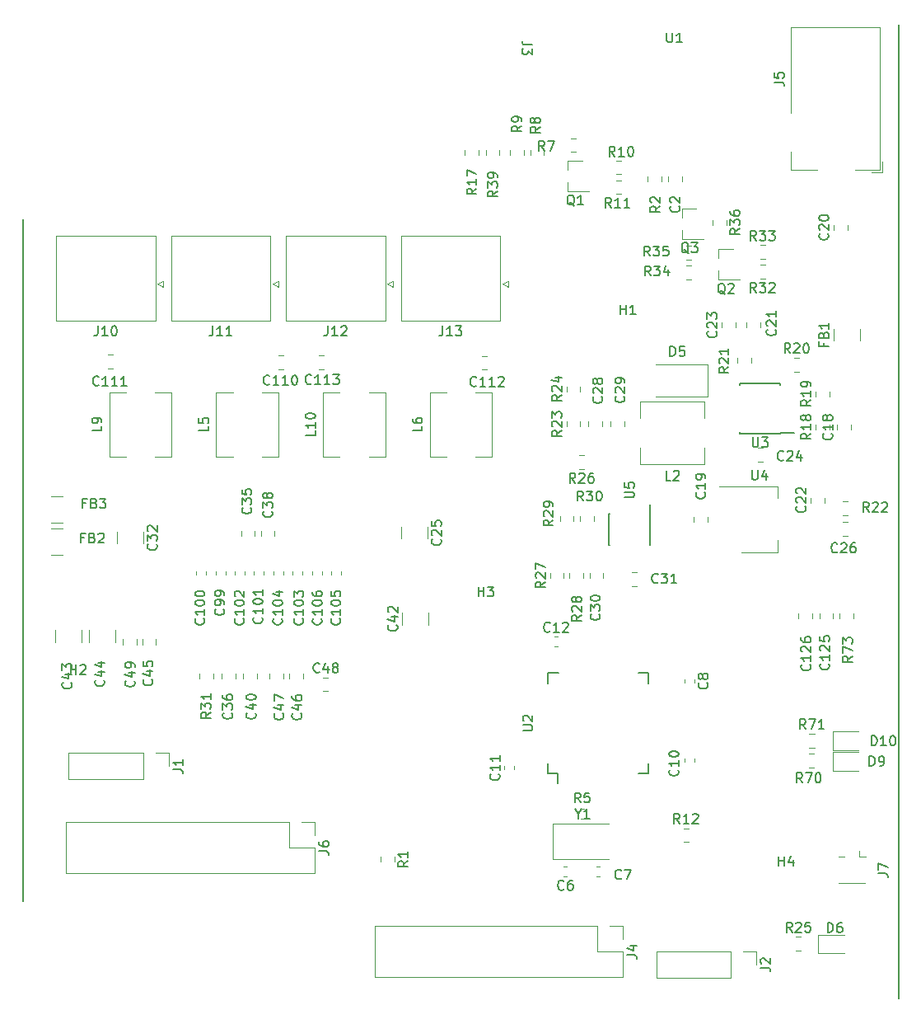
<source format=gbr>
G04 #@! TF.GenerationSoftware,KiCad,Pcbnew,5.0.2+dfsg1-1*
G04 #@! TF.CreationDate,2020-12-14T19:14:29+08:00*
G04 #@! TF.ProjectId,digital-amplifier2,64696769-7461-46c2-9d61-6d706c696669,rev?*
G04 #@! TF.SameCoordinates,Original*
G04 #@! TF.FileFunction,Legend,Top*
G04 #@! TF.FilePolarity,Positive*
%FSLAX46Y46*%
G04 Gerber Fmt 4.6, Leading zero omitted, Abs format (unit mm)*
G04 Created by KiCad (PCBNEW 5.0.2+dfsg1-1) date 2020年12月14日 星期一 19时14分29秒*
%MOMM*%
%LPD*%
G01*
G04 APERTURE LIST*
%ADD10C,0.200000*%
%ADD11C,0.120000*%
%ADD12C,0.150000*%
G04 APERTURE END LIST*
D10*
X52000000Y-70000000D02*
X52000000Y-140000000D01*
X142000000Y-50000000D02*
X142000000Y-150000000D01*
D11*
G04 #@! TO.C,J7*
X138573500Y-138169500D02*
X135873500Y-138169500D01*
X137983500Y-135449500D02*
X137983500Y-134819500D01*
X135823500Y-135449500D02*
X136463500Y-135449500D01*
X138623500Y-135449500D02*
X137983500Y-135449500D01*
G04 #@! TO.C,C32*
X64415500Y-102074436D02*
X64415500Y-103278564D01*
X61695500Y-102074436D02*
X61695500Y-103278564D01*
G04 #@! TO.C,C45*
X65670500Y-113103922D02*
X65670500Y-113621078D01*
X64250500Y-113103922D02*
X64250500Y-113621078D01*
G04 #@! TO.C,R17*
X97397500Y-62860422D02*
X97397500Y-63377578D01*
X98817500Y-62860422D02*
X98817500Y-63377578D01*
G04 #@! TO.C,R39*
X100976500Y-62860422D02*
X100976500Y-63377578D01*
X99556500Y-62860422D02*
X99556500Y-63377578D01*
G04 #@! TO.C,C38*
X77862500Y-101976422D02*
X77862500Y-102493578D01*
X76442500Y-101976422D02*
X76442500Y-102493578D01*
G04 #@! TO.C,C36*
X72442000Y-116581422D02*
X72442000Y-117098578D01*
X73862000Y-116581422D02*
X73862000Y-117098578D01*
G04 #@! TO.C,C35*
X75830500Y-101976422D02*
X75830500Y-102493578D01*
X74410500Y-101976422D02*
X74410500Y-102493578D01*
G04 #@! TO.C,C40*
X76021000Y-116581422D02*
X76021000Y-117098578D01*
X74601000Y-116581422D02*
X74601000Y-117098578D01*
G04 #@! TO.C,C49*
X63702000Y-113103922D02*
X63702000Y-113621078D01*
X62282000Y-113103922D02*
X62282000Y-113621078D01*
G04 #@! TO.C,C48*
X82862922Y-118439000D02*
X83380078Y-118439000D01*
X82862922Y-117019000D02*
X83380078Y-117019000D01*
G04 #@! TO.C,C47*
X78751500Y-116581422D02*
X78751500Y-117098578D01*
X77331500Y-116581422D02*
X77331500Y-117098578D01*
G04 #@! TO.C,C46*
X79363500Y-116581422D02*
X79363500Y-117098578D01*
X80783500Y-116581422D02*
X80783500Y-117098578D01*
G04 #@! TO.C,C42*
X93689000Y-111600064D02*
X93689000Y-110395936D01*
X90969000Y-111600064D02*
X90969000Y-110395936D01*
G04 #@! TO.C,C43*
X58065500Y-112170936D02*
X58065500Y-113375064D01*
X55345500Y-112170936D02*
X55345500Y-113375064D01*
G04 #@! TO.C,C44*
X58774500Y-112173936D02*
X58774500Y-113378064D01*
X61494500Y-112173936D02*
X61494500Y-113378064D01*
G04 #@! TO.C,FB3*
X56103463Y-98403309D02*
X54899335Y-98403309D01*
X56103463Y-101123309D02*
X54899335Y-101123309D01*
G04 #@! TO.C,FB2*
X56084462Y-104412308D02*
X54880334Y-104412308D01*
X56084462Y-101692308D02*
X54880334Y-101692308D01*
G04 #@! TO.C,Q2*
X123509500Y-73032500D02*
X124969500Y-73032500D01*
X123509500Y-76192500D02*
X125669500Y-76192500D01*
X123509500Y-76192500D02*
X123509500Y-75262500D01*
X123509500Y-73032500D02*
X123509500Y-73962500D01*
G04 #@! TO.C,Q3*
X119763000Y-68841500D02*
X119763000Y-69771500D01*
X119763000Y-72001500D02*
X119763000Y-71071500D01*
X119763000Y-72001500D02*
X121923000Y-72001500D01*
X119763000Y-68841500D02*
X121223000Y-68841500D01*
G04 #@! TO.C,R31*
X70156000Y-116581422D02*
X70156000Y-117098578D01*
X71576000Y-116581422D02*
X71576000Y-117098578D01*
G04 #@! TO.C,R32*
X128274578Y-76084500D02*
X127757422Y-76084500D01*
X128274578Y-74664500D02*
X127757422Y-74664500D01*
G04 #@! TO.C,R33*
X127757422Y-74052500D02*
X128274578Y-74052500D01*
X127757422Y-72632500D02*
X128274578Y-72632500D01*
G04 #@! TO.C,R34*
X120200922Y-74728000D02*
X120718078Y-74728000D01*
X120200922Y-76148000D02*
X120718078Y-76148000D01*
G04 #@! TO.C,R35*
X120200922Y-74116000D02*
X120718078Y-74116000D01*
X120200922Y-72696000D02*
X120718078Y-72696000D01*
G04 #@! TO.C,R36*
X124281000Y-70035922D02*
X124281000Y-70553078D01*
X122861000Y-70035922D02*
X122861000Y-70553078D01*
G04 #@! TO.C,J6*
X56455000Y-131893000D02*
X56455000Y-137093000D01*
X79375000Y-131893000D02*
X56455000Y-131893000D01*
X81975000Y-137093000D02*
X56455000Y-137093000D01*
X79375000Y-131893000D02*
X79375000Y-134493000D01*
X79375000Y-134493000D02*
X81975000Y-134493000D01*
X81975000Y-134493000D02*
X81975000Y-137093000D01*
X80645000Y-131893000D02*
X81975000Y-131893000D01*
X81975000Y-131893000D02*
X81975000Y-133223000D01*
G04 #@! TO.C,C6*
X107922279Y-136459500D02*
X107596721Y-136459500D01*
X107922279Y-137479500D02*
X107596721Y-137479500D01*
G04 #@! TO.C,C7*
X110962221Y-136459500D02*
X111287779Y-136459500D01*
X110962221Y-137479500D02*
X111287779Y-137479500D01*
G04 #@! TO.C,R5*
X109700279Y-131510500D02*
X109374721Y-131510500D01*
X109700279Y-130490500D02*
X109374721Y-130490500D01*
G04 #@! TO.C,C12*
X106644221Y-113844800D02*
X106969779Y-113844800D01*
X106644221Y-112824800D02*
X106969779Y-112824800D01*
G04 #@! TO.C,C11*
X101471000Y-126451579D02*
X101471000Y-126126021D01*
X102491000Y-126451579D02*
X102491000Y-126126021D01*
G04 #@! TO.C,C10*
X120013000Y-125364021D02*
X120013000Y-125689579D01*
X121033000Y-125364021D02*
X121033000Y-125689579D01*
G04 #@! TO.C,C8*
X121033000Y-117236021D02*
X121033000Y-117561579D01*
X120013000Y-117236021D02*
X120013000Y-117561579D01*
G04 #@! TO.C,C99*
X72807152Y-106457550D02*
X72807152Y-106131992D01*
X71787152Y-106457550D02*
X71787152Y-106131992D01*
G04 #@! TO.C,C100*
X70822320Y-106131992D02*
X70822320Y-106457550D01*
X69802320Y-106131992D02*
X69802320Y-106457550D01*
G04 #@! TO.C,C101*
X76776808Y-106457550D02*
X76776808Y-106131992D01*
X75756808Y-106457550D02*
X75756808Y-106131992D01*
G04 #@! TO.C,C102*
X74791980Y-106131992D02*
X74791980Y-106457550D01*
X73771980Y-106131992D02*
X73771980Y-106457550D01*
G04 #@! TO.C,C103*
X80746464Y-106457550D02*
X80746464Y-106131992D01*
X79726464Y-106457550D02*
X79726464Y-106131992D01*
G04 #@! TO.C,C104*
X78761636Y-106131992D02*
X78761636Y-106457550D01*
X77741636Y-106131992D02*
X77741636Y-106457550D01*
G04 #@! TO.C,C105*
X84716120Y-106457550D02*
X84716120Y-106131992D01*
X83696120Y-106457550D02*
X83696120Y-106131992D01*
G04 #@! TO.C,C106*
X82731292Y-106131992D02*
X82731292Y-106457550D01*
X81711292Y-106131992D02*
X81711292Y-106457550D01*
G04 #@! TO.C,Q1*
X108015500Y-63952000D02*
X108015500Y-64882000D01*
X108015500Y-67112000D02*
X108015500Y-66182000D01*
X108015500Y-67112000D02*
X110175500Y-67112000D01*
X108015500Y-63952000D02*
X109475500Y-63952000D01*
G04 #@! TO.C,C25*
X93625500Y-101569436D02*
X93625500Y-102773564D01*
X90905500Y-101569436D02*
X90905500Y-102773564D01*
G04 #@! TO.C,D5*
X122399000Y-88137000D02*
X122399000Y-84837000D01*
X122399000Y-84837000D02*
X116999000Y-84837000D01*
X122399000Y-88137000D02*
X116999000Y-88137000D01*
G04 #@! TO.C,J12*
X90051131Y-76879418D02*
X89451131Y-76579418D01*
X90051131Y-76279418D02*
X90051131Y-76879418D01*
X89451131Y-76579418D02*
X90051131Y-76279418D01*
X79031131Y-80389418D02*
X89251131Y-80389418D01*
X79031131Y-71669418D02*
X79031131Y-80389418D01*
X89251131Y-71669418D02*
X79031131Y-71669418D01*
X89251131Y-80389418D02*
X89251131Y-71669418D01*
G04 #@! TO.C,J13*
X101062131Y-80389418D02*
X101062131Y-71669418D01*
X101062131Y-71669418D02*
X90842131Y-71669418D01*
X90842131Y-71669418D02*
X90842131Y-80389418D01*
X90842131Y-80389418D02*
X101062131Y-80389418D01*
X101262131Y-76579418D02*
X101862131Y-76279418D01*
X101862131Y-76279418D02*
X101862131Y-76879418D01*
X101862131Y-76879418D02*
X101262131Y-76579418D01*
G04 #@! TO.C,J11*
X78240131Y-76879418D02*
X77640131Y-76579418D01*
X78240131Y-76279418D02*
X78240131Y-76879418D01*
X77640131Y-76579418D02*
X78240131Y-76279418D01*
X67220131Y-80389418D02*
X77440131Y-80389418D01*
X67220131Y-71669418D02*
X67220131Y-80389418D01*
X77440131Y-71669418D02*
X67220131Y-71669418D01*
X77440131Y-80389418D02*
X77440131Y-71669418D01*
G04 #@! TO.C,J10*
X65629131Y-80389418D02*
X65629131Y-71669418D01*
X65629131Y-71669418D02*
X55409131Y-71669418D01*
X55409131Y-71669418D02*
X55409131Y-80389418D01*
X55409131Y-80389418D02*
X65629131Y-80389418D01*
X65829131Y-76579418D02*
X66429131Y-76279418D01*
X66429131Y-76279418D02*
X66429131Y-76879418D01*
X66429131Y-76879418D02*
X65829131Y-76579418D01*
G04 #@! TO.C,C2*
X119709000Y-66108078D02*
X119709000Y-65590922D01*
X118289000Y-66108078D02*
X118289000Y-65590922D01*
G04 #@! TO.C,C18*
X135688000Y-91586578D02*
X135688000Y-91069422D01*
X137108000Y-91586578D02*
X137108000Y-91069422D01*
G04 #@! TO.C,C19*
X122376000Y-101033078D02*
X122376000Y-100515922D01*
X120956000Y-101033078D02*
X120956000Y-100515922D01*
G04 #@! TO.C,C20*
X135307000Y-71061078D02*
X135307000Y-70543922D01*
X136727000Y-71061078D02*
X136727000Y-70543922D01*
G04 #@! TO.C,C21*
X127773500Y-81094078D02*
X127773500Y-80576922D01*
X126353500Y-81094078D02*
X126353500Y-80576922D01*
G04 #@! TO.C,C22*
X132957500Y-99064578D02*
X132957500Y-98547422D01*
X134377500Y-99064578D02*
X134377500Y-98547422D01*
G04 #@! TO.C,C23*
X125233500Y-81094078D02*
X125233500Y-80576922D01*
X123813500Y-81094078D02*
X123813500Y-80576922D01*
G04 #@! TO.C,C24*
X127503422Y-93460500D02*
X128020578Y-93460500D01*
X127503422Y-94880500D02*
X128020578Y-94880500D01*
G04 #@! TO.C,C28*
X111542942Y-91223858D02*
X111542942Y-90706702D01*
X110122942Y-91223858D02*
X110122942Y-90706702D01*
G04 #@! TO.C,C29*
X112408942Y-91223858D02*
X112408942Y-90706702D01*
X113828942Y-91223858D02*
X113828942Y-90706702D01*
G04 #@! TO.C,C30*
X110224500Y-106294422D02*
X110224500Y-106811578D01*
X111644500Y-106294422D02*
X111644500Y-106811578D01*
G04 #@! TO.C,C31*
X115130078Y-107644000D02*
X114612922Y-107644000D01*
X115130078Y-106224000D02*
X114612922Y-106224000D01*
G04 #@! TO.C,C26*
X136266422Y-101080500D02*
X136783578Y-101080500D01*
X136266422Y-102500500D02*
X136783578Y-102500500D01*
G04 #@! TO.C,C125*
X135266500Y-110926378D02*
X135266500Y-110409222D01*
X133846500Y-110926378D02*
X133846500Y-110409222D01*
G04 #@! TO.C,C111*
X60701422Y-85290418D02*
X61218578Y-85290418D01*
X60701422Y-83870418D02*
X61218578Y-83870418D01*
G04 #@! TO.C,C113*
X82418422Y-83933918D02*
X82935578Y-83933918D01*
X82418422Y-85353918D02*
X82935578Y-85353918D01*
G04 #@! TO.C,C112*
X99182422Y-85419000D02*
X99699578Y-85419000D01*
X99182422Y-83999000D02*
X99699578Y-83999000D01*
G04 #@! TO.C,C126*
X133107500Y-110926378D02*
X133107500Y-110409222D01*
X131687500Y-110926378D02*
X131687500Y-110409222D01*
G04 #@! TO.C,C110*
X78254553Y-83933918D02*
X78771709Y-83933918D01*
X78254553Y-85353918D02*
X78771709Y-85353918D01*
G04 #@! TO.C,J5*
X139259000Y-65108000D02*
X140309000Y-65108000D01*
X140309000Y-64058000D02*
X140309000Y-65108000D01*
X130909000Y-59008000D02*
X130909000Y-50208000D01*
X130909000Y-50208000D02*
X140109000Y-50208000D01*
X133609000Y-64908000D02*
X130909000Y-64908000D01*
X130909000Y-64908000D02*
X130909000Y-63008000D01*
X140109000Y-50208000D02*
X140109000Y-64908000D01*
X140109000Y-64908000D02*
X137509000Y-64908000D01*
G04 #@! TO.C,J1*
X66989000Y-124781000D02*
X66989000Y-126111000D01*
X65659000Y-124781000D02*
X66989000Y-124781000D01*
X64389000Y-124781000D02*
X64389000Y-127441000D01*
X64389000Y-127441000D02*
X56709000Y-127441000D01*
X64389000Y-124781000D02*
X56709000Y-124781000D01*
X56709000Y-124781000D02*
X56709000Y-127441000D01*
G04 #@! TO.C,J2*
X117084800Y-145164500D02*
X117084800Y-147824500D01*
X124764800Y-145164500D02*
X117084800Y-145164500D01*
X124764800Y-147824500D02*
X117084800Y-147824500D01*
X124764800Y-145164500D02*
X124764800Y-147824500D01*
X126034800Y-145164500D02*
X127364800Y-145164500D01*
X127364800Y-145164500D02*
X127364800Y-146494500D01*
G04 #@! TO.C,J4*
X88128800Y-142561000D02*
X88128800Y-147761000D01*
X111048800Y-142561000D02*
X88128800Y-142561000D01*
X113648800Y-147761000D02*
X88128800Y-147761000D01*
X111048800Y-142561000D02*
X111048800Y-145161000D01*
X111048800Y-145161000D02*
X113648800Y-145161000D01*
X113648800Y-145161000D02*
X113648800Y-147761000D01*
X112318800Y-142561000D02*
X113648800Y-142561000D01*
X113648800Y-142561000D02*
X113648800Y-143891000D01*
G04 #@! TO.C,Y1*
X112224800Y-132058000D02*
X106474800Y-132058000D01*
X106474800Y-132058000D02*
X106474800Y-135658000D01*
X106474800Y-135658000D02*
X112224800Y-135658000D01*
G04 #@! TO.C,FB1*
X135292000Y-82453564D02*
X135292000Y-81249436D01*
X138012000Y-82453564D02*
X138012000Y-81249436D01*
G04 #@! TO.C,L5*
X76569188Y-87732325D02*
X78269188Y-87732325D01*
X78269188Y-87732325D02*
X78269188Y-94332325D01*
X78269188Y-94332325D02*
X76569188Y-94332325D01*
X73569188Y-94332325D02*
X71869188Y-94332325D01*
X71869188Y-94332325D02*
X71869188Y-87732325D01*
X71869188Y-87732325D02*
X73569188Y-87732325D01*
G04 #@! TO.C,L2*
X115445000Y-90384500D02*
X115445000Y-88684500D01*
X115445000Y-88684500D02*
X122045000Y-88684500D01*
X122045000Y-88684500D02*
X122045000Y-90384500D01*
X122045000Y-93384500D02*
X122045000Y-95084500D01*
X122045000Y-95084500D02*
X115445000Y-95084500D01*
X115445000Y-95084500D02*
X115445000Y-93384500D01*
G04 #@! TO.C,L6*
X93822044Y-87732325D02*
X95522044Y-87732325D01*
X93822044Y-94332325D02*
X93822044Y-87732325D01*
X95522044Y-94332325D02*
X93822044Y-94332325D01*
X100222044Y-94332325D02*
X98522044Y-94332325D01*
X100222044Y-87732325D02*
X100222044Y-94332325D01*
X98522044Y-87732325D02*
X100222044Y-87732325D01*
G04 #@! TO.C,L10*
X87545616Y-87732325D02*
X89245616Y-87732325D01*
X89245616Y-87732325D02*
X89245616Y-94332325D01*
X89245616Y-94332325D02*
X87545616Y-94332325D01*
X84545616Y-94332325D02*
X82845616Y-94332325D01*
X82845616Y-94332325D02*
X82845616Y-87732325D01*
X82845616Y-87732325D02*
X84545616Y-87732325D01*
G04 #@! TO.C,L9*
X60892760Y-87732325D02*
X62592760Y-87732325D01*
X60892760Y-94332325D02*
X60892760Y-87732325D01*
X62592760Y-94332325D02*
X60892760Y-94332325D01*
X67292760Y-94332325D02*
X65592760Y-94332325D01*
X67292760Y-87732325D02*
X67292760Y-94332325D01*
X65592760Y-87732325D02*
X67292760Y-87732325D01*
G04 #@! TO.C,D9*
X137893300Y-124655700D02*
X135208300Y-124655700D01*
X135208300Y-124655700D02*
X135208300Y-126575700D01*
X135208300Y-126575700D02*
X137893300Y-126575700D01*
G04 #@! TO.C,D10*
X135208300Y-124467500D02*
X137893300Y-124467500D01*
X135208300Y-122547500D02*
X135208300Y-124467500D01*
X137893300Y-122547500D02*
X135208300Y-122547500D01*
G04 #@! TO.C,D6*
X136445500Y-143439000D02*
X133760500Y-143439000D01*
X133760500Y-143439000D02*
X133760500Y-145359000D01*
X133760500Y-145359000D02*
X136445500Y-145359000D01*
D12*
G04 #@! TO.C,U2*
X105950000Y-126891800D02*
X106950000Y-126891800D01*
X105950000Y-116541800D02*
X107025000Y-116541800D01*
X116300000Y-116541800D02*
X115225000Y-116541800D01*
X116300000Y-126891800D02*
X115225000Y-126891800D01*
X105950000Y-126891800D02*
X105950000Y-125816800D01*
X116300000Y-126891800D02*
X116300000Y-125816800D01*
X116300000Y-116541800D02*
X116300000Y-117616800D01*
X105950000Y-116541800D02*
X105950000Y-117616800D01*
X106950000Y-126891800D02*
X106950000Y-127916800D01*
G04 #@! TO.C,U5*
X116488500Y-103415500D02*
X116423500Y-103415500D01*
X112238500Y-103415500D02*
X112303500Y-103415500D01*
X112238500Y-100165500D02*
X112303500Y-100165500D01*
X116488500Y-100165500D02*
X116488500Y-103415500D01*
X112238500Y-100165500D02*
X112238500Y-103415500D01*
X116488500Y-100165500D02*
X116488500Y-99240500D01*
G04 #@! TO.C,U3*
X129837000Y-91933000D02*
X131237000Y-91933000D01*
X129837000Y-86833000D02*
X125687000Y-86833000D01*
X129837000Y-91983000D02*
X125687000Y-91983000D01*
X129837000Y-86833000D02*
X129837000Y-86978000D01*
X125687000Y-86833000D02*
X125687000Y-86978000D01*
X125687000Y-91983000D02*
X125687000Y-91838000D01*
X129837000Y-91983000D02*
X129837000Y-91933000D01*
D11*
G04 #@! TO.C,U4*
X129608500Y-104184500D02*
X129608500Y-102924500D01*
X129608500Y-97364500D02*
X129608500Y-98624500D01*
X125848500Y-104184500D02*
X129608500Y-104184500D01*
X123598500Y-97364500D02*
X129608500Y-97364500D01*
G04 #@! TO.C,R20*
X131249922Y-84189500D02*
X131767078Y-84189500D01*
X131249922Y-85609500D02*
X131767078Y-85609500D01*
G04 #@! TO.C,R12*
X119883422Y-133933000D02*
X120400578Y-133933000D01*
X119883422Y-132513000D02*
X120400578Y-132513000D01*
G04 #@! TO.C,R18*
X134885500Y-91571578D02*
X134885500Y-91054422D01*
X133465500Y-91571578D02*
X133465500Y-91054422D01*
G04 #@! TO.C,R19*
X133465500Y-88142578D02*
X133465500Y-87625422D01*
X134885500Y-88142578D02*
X134885500Y-87625422D01*
G04 #@! TO.C,R21*
X125401000Y-84713578D02*
X125401000Y-84196422D01*
X126821000Y-84713578D02*
X126821000Y-84196422D01*
G04 #@! TO.C,R22*
X136783578Y-98921500D02*
X136266422Y-98921500D01*
X136783578Y-100341500D02*
X136266422Y-100341500D01*
G04 #@! TO.C,R23*
X107853102Y-91256913D02*
X107853102Y-90739757D01*
X109273102Y-91256913D02*
X109273102Y-90739757D01*
G04 #@! TO.C,R24*
X109273102Y-87634578D02*
X109273102Y-87117422D01*
X107853102Y-87634578D02*
X107853102Y-87117422D01*
G04 #@! TO.C,R25*
X131439004Y-143654940D02*
X131956160Y-143654940D01*
X131439004Y-145074940D02*
X131956160Y-145074940D01*
G04 #@! TO.C,R26*
X109669078Y-94222500D02*
X109151922Y-94222500D01*
X109669078Y-95642500D02*
X109151922Y-95642500D01*
G04 #@! TO.C,R27*
X106160500Y-106811578D02*
X106160500Y-106294422D01*
X107580500Y-106811578D02*
X107580500Y-106294422D01*
G04 #@! TO.C,R29*
X107176500Y-100437422D02*
X107176500Y-100954578D01*
X108596500Y-100437422D02*
X108596500Y-100954578D01*
G04 #@! TO.C,R28*
X109610579Y-106310899D02*
X109610579Y-106828055D01*
X108190579Y-106310899D02*
X108190579Y-106828055D01*
G04 #@! TO.C,R30*
X110692000Y-100969578D02*
X110692000Y-100452422D01*
X109272000Y-100969578D02*
X109272000Y-100452422D01*
G04 #@! TO.C,R11*
X112961922Y-67385000D02*
X113479078Y-67385000D01*
X112961922Y-65965000D02*
X113479078Y-65965000D01*
G04 #@! TO.C,R70*
X132799322Y-126249500D02*
X133316478Y-126249500D01*
X132799322Y-124829500D02*
X133316478Y-124829500D01*
G04 #@! TO.C,R71*
X132824722Y-122797500D02*
X133341878Y-122797500D01*
X132824722Y-124217500D02*
X133341878Y-124217500D01*
G04 #@! TO.C,R73*
X135942000Y-110939078D02*
X135942000Y-110421922D01*
X137362000Y-110939078D02*
X137362000Y-110421922D01*
G04 #@! TO.C,R10*
X113479078Y-63933000D02*
X112961922Y-63933000D01*
X113479078Y-65353000D02*
X112961922Y-65353000D01*
G04 #@! TO.C,R8*
X105548500Y-63377578D02*
X105548500Y-62860422D01*
X104128500Y-63377578D02*
X104128500Y-62860422D01*
G04 #@! TO.C,R7*
X108843578Y-63067000D02*
X108326422Y-63067000D01*
X108843578Y-61647000D02*
X108326422Y-61647000D01*
G04 #@! TO.C,R2*
X116193500Y-66108078D02*
X116193500Y-65590922D01*
X117613500Y-66108078D02*
X117613500Y-65590922D01*
G04 #@! TO.C,R9*
X103503800Y-63364878D02*
X103503800Y-62847722D01*
X102083800Y-63364878D02*
X102083800Y-62847722D01*
G04 #@! TO.C,R1*
X90181500Y-135440922D02*
X90181500Y-135958078D01*
X88761500Y-135440922D02*
X88761500Y-135958078D01*
G04 #@! TO.C,H4*
D12*
X129667095Y-136386380D02*
X129667095Y-135386380D01*
X129667095Y-135862571D02*
X130238523Y-135862571D01*
X130238523Y-136386380D02*
X130238523Y-135386380D01*
X131143285Y-135719714D02*
X131143285Y-136386380D01*
X130905190Y-135338761D02*
X130667095Y-136053047D01*
X131286142Y-136053047D01*
G04 #@! TO.C,H3*
X98806095Y-108700380D02*
X98806095Y-107700380D01*
X98806095Y-108176571D02*
X99377523Y-108176571D01*
X99377523Y-108700380D02*
X99377523Y-107700380D01*
X99758476Y-107700380D02*
X100377523Y-107700380D01*
X100044190Y-108081333D01*
X100187047Y-108081333D01*
X100282285Y-108128952D01*
X100329904Y-108176571D01*
X100377523Y-108271809D01*
X100377523Y-108509904D01*
X100329904Y-108605142D01*
X100282285Y-108652761D01*
X100187047Y-108700380D01*
X99901333Y-108700380D01*
X99806095Y-108652761D01*
X99758476Y-108605142D01*
G04 #@! TO.C,H2*
X56896095Y-116701380D02*
X56896095Y-115701380D01*
X56896095Y-116177571D02*
X57467523Y-116177571D01*
X57467523Y-116701380D02*
X57467523Y-115701380D01*
X57896095Y-115796619D02*
X57943714Y-115749000D01*
X58038952Y-115701380D01*
X58277047Y-115701380D01*
X58372285Y-115749000D01*
X58419904Y-115796619D01*
X58467523Y-115891857D01*
X58467523Y-115987095D01*
X58419904Y-116129952D01*
X57848476Y-116701380D01*
X58467523Y-116701380D01*
G04 #@! TO.C,H1*
X113411095Y-79744380D02*
X113411095Y-78744380D01*
X113411095Y-79220571D02*
X113982523Y-79220571D01*
X113982523Y-79744380D02*
X113982523Y-78744380D01*
X114982523Y-79744380D02*
X114411095Y-79744380D01*
X114696809Y-79744380D02*
X114696809Y-78744380D01*
X114601571Y-78887238D01*
X114506333Y-78982476D01*
X114411095Y-79030095D01*
G04 #@! TO.C,J7*
X139875880Y-137142833D02*
X140590166Y-137142833D01*
X140733023Y-137190452D01*
X140828261Y-137285690D01*
X140875880Y-137428547D01*
X140875880Y-137523785D01*
X139875880Y-136761880D02*
X139875880Y-136095214D01*
X140875880Y-136523785D01*
G04 #@! TO.C,J3*
X104298999Y-52033846D02*
X103584713Y-52033846D01*
X103441856Y-51986227D01*
X103346618Y-51890989D01*
X103298999Y-51748132D01*
X103298999Y-51652894D01*
X104298999Y-52414799D02*
X104298999Y-53033846D01*
X103918046Y-52700513D01*
X103918046Y-52843370D01*
X103870427Y-52938608D01*
X103822808Y-52986227D01*
X103727570Y-53033846D01*
X103489475Y-53033846D01*
X103394237Y-52986227D01*
X103346618Y-52938608D01*
X103298999Y-52843370D01*
X103298999Y-52557656D01*
X103346618Y-52462418D01*
X103394237Y-52414799D01*
G04 #@! TO.C,C32*
X65692642Y-103319357D02*
X65740261Y-103366976D01*
X65787880Y-103509833D01*
X65787880Y-103605071D01*
X65740261Y-103747928D01*
X65645023Y-103843166D01*
X65549785Y-103890785D01*
X65359309Y-103938404D01*
X65216452Y-103938404D01*
X65025976Y-103890785D01*
X64930738Y-103843166D01*
X64835500Y-103747928D01*
X64787880Y-103605071D01*
X64787880Y-103509833D01*
X64835500Y-103366976D01*
X64883119Y-103319357D01*
X64787880Y-102986023D02*
X64787880Y-102366976D01*
X65168833Y-102700309D01*
X65168833Y-102557452D01*
X65216452Y-102462214D01*
X65264071Y-102414595D01*
X65359309Y-102366976D01*
X65597404Y-102366976D01*
X65692642Y-102414595D01*
X65740261Y-102462214D01*
X65787880Y-102557452D01*
X65787880Y-102843166D01*
X65740261Y-102938404D01*
X65692642Y-102986023D01*
X64883119Y-101986023D02*
X64835500Y-101938404D01*
X64787880Y-101843166D01*
X64787880Y-101605071D01*
X64835500Y-101509833D01*
X64883119Y-101462214D01*
X64978357Y-101414595D01*
X65073595Y-101414595D01*
X65216452Y-101462214D01*
X65787880Y-102033642D01*
X65787880Y-101414595D01*
G04 #@! TO.C,C45*
X65254142Y-117228857D02*
X65301761Y-117276476D01*
X65349380Y-117419333D01*
X65349380Y-117514571D01*
X65301761Y-117657428D01*
X65206523Y-117752666D01*
X65111285Y-117800285D01*
X64920809Y-117847904D01*
X64777952Y-117847904D01*
X64587476Y-117800285D01*
X64492238Y-117752666D01*
X64397000Y-117657428D01*
X64349380Y-117514571D01*
X64349380Y-117419333D01*
X64397000Y-117276476D01*
X64444619Y-117228857D01*
X64682714Y-116371714D02*
X65349380Y-116371714D01*
X64301761Y-116609809D02*
X65016047Y-116847904D01*
X65016047Y-116228857D01*
X64349380Y-115371714D02*
X64349380Y-115847904D01*
X64825571Y-115895523D01*
X64777952Y-115847904D01*
X64730333Y-115752666D01*
X64730333Y-115514571D01*
X64777952Y-115419333D01*
X64825571Y-115371714D01*
X64920809Y-115324095D01*
X65158904Y-115324095D01*
X65254142Y-115371714D01*
X65301761Y-115419333D01*
X65349380Y-115514571D01*
X65349380Y-115752666D01*
X65301761Y-115847904D01*
X65254142Y-115895523D01*
G04 #@! TO.C,R17*
X98623380Y-66809857D02*
X98147190Y-67143190D01*
X98623380Y-67381285D02*
X97623380Y-67381285D01*
X97623380Y-67000333D01*
X97671000Y-66905095D01*
X97718619Y-66857476D01*
X97813857Y-66809857D01*
X97956714Y-66809857D01*
X98051952Y-66857476D01*
X98099571Y-66905095D01*
X98147190Y-67000333D01*
X98147190Y-67381285D01*
X98623380Y-65857476D02*
X98623380Y-66428904D01*
X98623380Y-66143190D02*
X97623380Y-66143190D01*
X97766238Y-66238428D01*
X97861476Y-66333666D01*
X97909095Y-66428904D01*
X97623380Y-65524142D02*
X97623380Y-64857476D01*
X98623380Y-65286047D01*
G04 #@! TO.C,R39*
X100782380Y-67063857D02*
X100306190Y-67397190D01*
X100782380Y-67635285D02*
X99782380Y-67635285D01*
X99782380Y-67254333D01*
X99830000Y-67159095D01*
X99877619Y-67111476D01*
X99972857Y-67063857D01*
X100115714Y-67063857D01*
X100210952Y-67111476D01*
X100258571Y-67159095D01*
X100306190Y-67254333D01*
X100306190Y-67635285D01*
X99782380Y-66730523D02*
X99782380Y-66111476D01*
X100163333Y-66444809D01*
X100163333Y-66301952D01*
X100210952Y-66206714D01*
X100258571Y-66159095D01*
X100353809Y-66111476D01*
X100591904Y-66111476D01*
X100687142Y-66159095D01*
X100734761Y-66206714D01*
X100782380Y-66301952D01*
X100782380Y-66587666D01*
X100734761Y-66682904D01*
X100687142Y-66730523D01*
X100782380Y-65635285D02*
X100782380Y-65444809D01*
X100734761Y-65349571D01*
X100687142Y-65301952D01*
X100544285Y-65206714D01*
X100353809Y-65159095D01*
X99972857Y-65159095D01*
X99877619Y-65206714D01*
X99830000Y-65254333D01*
X99782380Y-65349571D01*
X99782380Y-65540047D01*
X99830000Y-65635285D01*
X99877619Y-65682904D01*
X99972857Y-65730523D01*
X100210952Y-65730523D01*
X100306190Y-65682904D01*
X100353809Y-65635285D01*
X100401428Y-65540047D01*
X100401428Y-65349571D01*
X100353809Y-65254333D01*
X100306190Y-65206714D01*
X100210952Y-65159095D01*
G04 #@! TO.C,C38*
X77573142Y-99956857D02*
X77620761Y-100004476D01*
X77668380Y-100147333D01*
X77668380Y-100242571D01*
X77620761Y-100385428D01*
X77525523Y-100480666D01*
X77430285Y-100528285D01*
X77239809Y-100575904D01*
X77096952Y-100575904D01*
X76906476Y-100528285D01*
X76811238Y-100480666D01*
X76716000Y-100385428D01*
X76668380Y-100242571D01*
X76668380Y-100147333D01*
X76716000Y-100004476D01*
X76763619Y-99956857D01*
X76668380Y-99623523D02*
X76668380Y-99004476D01*
X77049333Y-99337809D01*
X77049333Y-99194952D01*
X77096952Y-99099714D01*
X77144571Y-99052095D01*
X77239809Y-99004476D01*
X77477904Y-99004476D01*
X77573142Y-99052095D01*
X77620761Y-99099714D01*
X77668380Y-99194952D01*
X77668380Y-99480666D01*
X77620761Y-99575904D01*
X77573142Y-99623523D01*
X77096952Y-98433047D02*
X77049333Y-98528285D01*
X77001714Y-98575904D01*
X76906476Y-98623523D01*
X76858857Y-98623523D01*
X76763619Y-98575904D01*
X76716000Y-98528285D01*
X76668380Y-98433047D01*
X76668380Y-98242571D01*
X76716000Y-98147333D01*
X76763619Y-98099714D01*
X76858857Y-98052095D01*
X76906476Y-98052095D01*
X77001714Y-98099714D01*
X77049333Y-98147333D01*
X77096952Y-98242571D01*
X77096952Y-98433047D01*
X77144571Y-98528285D01*
X77192190Y-98575904D01*
X77287428Y-98623523D01*
X77477904Y-98623523D01*
X77573142Y-98575904D01*
X77620761Y-98528285D01*
X77668380Y-98433047D01*
X77668380Y-98242571D01*
X77620761Y-98147333D01*
X77573142Y-98099714D01*
X77477904Y-98052095D01*
X77287428Y-98052095D01*
X77192190Y-98099714D01*
X77144571Y-98147333D01*
X77096952Y-98242571D01*
G04 #@! TO.C,C36*
X73445642Y-120657857D02*
X73493261Y-120705476D01*
X73540880Y-120848333D01*
X73540880Y-120943571D01*
X73493261Y-121086428D01*
X73398023Y-121181666D01*
X73302785Y-121229285D01*
X73112309Y-121276904D01*
X72969452Y-121276904D01*
X72778976Y-121229285D01*
X72683738Y-121181666D01*
X72588500Y-121086428D01*
X72540880Y-120943571D01*
X72540880Y-120848333D01*
X72588500Y-120705476D01*
X72636119Y-120657857D01*
X72540880Y-120324523D02*
X72540880Y-119705476D01*
X72921833Y-120038809D01*
X72921833Y-119895952D01*
X72969452Y-119800714D01*
X73017071Y-119753095D01*
X73112309Y-119705476D01*
X73350404Y-119705476D01*
X73445642Y-119753095D01*
X73493261Y-119800714D01*
X73540880Y-119895952D01*
X73540880Y-120181666D01*
X73493261Y-120276904D01*
X73445642Y-120324523D01*
X72540880Y-118848333D02*
X72540880Y-119038809D01*
X72588500Y-119134047D01*
X72636119Y-119181666D01*
X72778976Y-119276904D01*
X72969452Y-119324523D01*
X73350404Y-119324523D01*
X73445642Y-119276904D01*
X73493261Y-119229285D01*
X73540880Y-119134047D01*
X73540880Y-118943571D01*
X73493261Y-118848333D01*
X73445642Y-118800714D01*
X73350404Y-118753095D01*
X73112309Y-118753095D01*
X73017071Y-118800714D01*
X72969452Y-118848333D01*
X72921833Y-118943571D01*
X72921833Y-119134047D01*
X72969452Y-119229285D01*
X73017071Y-119276904D01*
X73112309Y-119324523D01*
G04 #@! TO.C,C35*
X75414142Y-99575857D02*
X75461761Y-99623476D01*
X75509380Y-99766333D01*
X75509380Y-99861571D01*
X75461761Y-100004428D01*
X75366523Y-100099666D01*
X75271285Y-100147285D01*
X75080809Y-100194904D01*
X74937952Y-100194904D01*
X74747476Y-100147285D01*
X74652238Y-100099666D01*
X74557000Y-100004428D01*
X74509380Y-99861571D01*
X74509380Y-99766333D01*
X74557000Y-99623476D01*
X74604619Y-99575857D01*
X74509380Y-99242523D02*
X74509380Y-98623476D01*
X74890333Y-98956809D01*
X74890333Y-98813952D01*
X74937952Y-98718714D01*
X74985571Y-98671095D01*
X75080809Y-98623476D01*
X75318904Y-98623476D01*
X75414142Y-98671095D01*
X75461761Y-98718714D01*
X75509380Y-98813952D01*
X75509380Y-99099666D01*
X75461761Y-99194904D01*
X75414142Y-99242523D01*
X74509380Y-97718714D02*
X74509380Y-98194904D01*
X74985571Y-98242523D01*
X74937952Y-98194904D01*
X74890333Y-98099666D01*
X74890333Y-97861571D01*
X74937952Y-97766333D01*
X74985571Y-97718714D01*
X75080809Y-97671095D01*
X75318904Y-97671095D01*
X75414142Y-97718714D01*
X75461761Y-97766333D01*
X75509380Y-97861571D01*
X75509380Y-98099666D01*
X75461761Y-98194904D01*
X75414142Y-98242523D01*
G04 #@! TO.C,C40*
X75858642Y-120657857D02*
X75906261Y-120705476D01*
X75953880Y-120848333D01*
X75953880Y-120943571D01*
X75906261Y-121086428D01*
X75811023Y-121181666D01*
X75715785Y-121229285D01*
X75525309Y-121276904D01*
X75382452Y-121276904D01*
X75191976Y-121229285D01*
X75096738Y-121181666D01*
X75001500Y-121086428D01*
X74953880Y-120943571D01*
X74953880Y-120848333D01*
X75001500Y-120705476D01*
X75049119Y-120657857D01*
X75287214Y-119800714D02*
X75953880Y-119800714D01*
X74906261Y-120038809D02*
X75620547Y-120276904D01*
X75620547Y-119657857D01*
X74953880Y-119086428D02*
X74953880Y-118991190D01*
X75001500Y-118895952D01*
X75049119Y-118848333D01*
X75144357Y-118800714D01*
X75334833Y-118753095D01*
X75572928Y-118753095D01*
X75763404Y-118800714D01*
X75858642Y-118848333D01*
X75906261Y-118895952D01*
X75953880Y-118991190D01*
X75953880Y-119086428D01*
X75906261Y-119181666D01*
X75858642Y-119229285D01*
X75763404Y-119276904D01*
X75572928Y-119324523D01*
X75334833Y-119324523D01*
X75144357Y-119276904D01*
X75049119Y-119229285D01*
X75001500Y-119181666D01*
X74953880Y-119086428D01*
G04 #@! TO.C,C49*
X63412642Y-117355857D02*
X63460261Y-117403476D01*
X63507880Y-117546333D01*
X63507880Y-117641571D01*
X63460261Y-117784428D01*
X63365023Y-117879666D01*
X63269785Y-117927285D01*
X63079309Y-117974904D01*
X62936452Y-117974904D01*
X62745976Y-117927285D01*
X62650738Y-117879666D01*
X62555500Y-117784428D01*
X62507880Y-117641571D01*
X62507880Y-117546333D01*
X62555500Y-117403476D01*
X62603119Y-117355857D01*
X62841214Y-116498714D02*
X63507880Y-116498714D01*
X62460261Y-116736809D02*
X63174547Y-116974904D01*
X63174547Y-116355857D01*
X63507880Y-115927285D02*
X63507880Y-115736809D01*
X63460261Y-115641571D01*
X63412642Y-115593952D01*
X63269785Y-115498714D01*
X63079309Y-115451095D01*
X62698357Y-115451095D01*
X62603119Y-115498714D01*
X62555500Y-115546333D01*
X62507880Y-115641571D01*
X62507880Y-115832047D01*
X62555500Y-115927285D01*
X62603119Y-115974904D01*
X62698357Y-116022523D01*
X62936452Y-116022523D01*
X63031690Y-115974904D01*
X63079309Y-115927285D01*
X63126928Y-115832047D01*
X63126928Y-115641571D01*
X63079309Y-115546333D01*
X63031690Y-115498714D01*
X62936452Y-115451095D01*
G04 #@! TO.C,C48*
X82478642Y-116436142D02*
X82431023Y-116483761D01*
X82288166Y-116531380D01*
X82192928Y-116531380D01*
X82050071Y-116483761D01*
X81954833Y-116388523D01*
X81907214Y-116293285D01*
X81859595Y-116102809D01*
X81859595Y-115959952D01*
X81907214Y-115769476D01*
X81954833Y-115674238D01*
X82050071Y-115579000D01*
X82192928Y-115531380D01*
X82288166Y-115531380D01*
X82431023Y-115579000D01*
X82478642Y-115626619D01*
X83335785Y-115864714D02*
X83335785Y-116531380D01*
X83097690Y-115483761D02*
X82859595Y-116198047D01*
X83478642Y-116198047D01*
X84002452Y-115959952D02*
X83907214Y-115912333D01*
X83859595Y-115864714D01*
X83811976Y-115769476D01*
X83811976Y-115721857D01*
X83859595Y-115626619D01*
X83907214Y-115579000D01*
X84002452Y-115531380D01*
X84192928Y-115531380D01*
X84288166Y-115579000D01*
X84335785Y-115626619D01*
X84383404Y-115721857D01*
X84383404Y-115769476D01*
X84335785Y-115864714D01*
X84288166Y-115912333D01*
X84192928Y-115959952D01*
X84002452Y-115959952D01*
X83907214Y-116007571D01*
X83859595Y-116055190D01*
X83811976Y-116150428D01*
X83811976Y-116340904D01*
X83859595Y-116436142D01*
X83907214Y-116483761D01*
X84002452Y-116531380D01*
X84192928Y-116531380D01*
X84288166Y-116483761D01*
X84335785Y-116436142D01*
X84383404Y-116340904D01*
X84383404Y-116150428D01*
X84335785Y-116055190D01*
X84288166Y-116007571D01*
X84192928Y-115959952D01*
G04 #@! TO.C,C47*
X78716142Y-120721357D02*
X78763761Y-120768976D01*
X78811380Y-120911833D01*
X78811380Y-121007071D01*
X78763761Y-121149928D01*
X78668523Y-121245166D01*
X78573285Y-121292785D01*
X78382809Y-121340404D01*
X78239952Y-121340404D01*
X78049476Y-121292785D01*
X77954238Y-121245166D01*
X77859000Y-121149928D01*
X77811380Y-121007071D01*
X77811380Y-120911833D01*
X77859000Y-120768976D01*
X77906619Y-120721357D01*
X78144714Y-119864214D02*
X78811380Y-119864214D01*
X77763761Y-120102309D02*
X78478047Y-120340404D01*
X78478047Y-119721357D01*
X77811380Y-119435642D02*
X77811380Y-118768976D01*
X78811380Y-119197547D01*
G04 #@! TO.C,C46*
X80557642Y-120721357D02*
X80605261Y-120768976D01*
X80652880Y-120911833D01*
X80652880Y-121007071D01*
X80605261Y-121149928D01*
X80510023Y-121245166D01*
X80414785Y-121292785D01*
X80224309Y-121340404D01*
X80081452Y-121340404D01*
X79890976Y-121292785D01*
X79795738Y-121245166D01*
X79700500Y-121149928D01*
X79652880Y-121007071D01*
X79652880Y-120911833D01*
X79700500Y-120768976D01*
X79748119Y-120721357D01*
X79986214Y-119864214D02*
X80652880Y-119864214D01*
X79605261Y-120102309D02*
X80319547Y-120340404D01*
X80319547Y-119721357D01*
X79652880Y-118911833D02*
X79652880Y-119102309D01*
X79700500Y-119197547D01*
X79748119Y-119245166D01*
X79890976Y-119340404D01*
X80081452Y-119388023D01*
X80462404Y-119388023D01*
X80557642Y-119340404D01*
X80605261Y-119292785D01*
X80652880Y-119197547D01*
X80652880Y-119007071D01*
X80605261Y-118911833D01*
X80557642Y-118864214D01*
X80462404Y-118816595D01*
X80224309Y-118816595D01*
X80129071Y-118864214D01*
X80081452Y-118911833D01*
X80033833Y-119007071D01*
X80033833Y-119197547D01*
X80081452Y-119292785D01*
X80129071Y-119340404D01*
X80224309Y-119388023D01*
G04 #@! TO.C,C42*
X90406142Y-111640857D02*
X90453761Y-111688476D01*
X90501380Y-111831333D01*
X90501380Y-111926571D01*
X90453761Y-112069428D01*
X90358523Y-112164666D01*
X90263285Y-112212285D01*
X90072809Y-112259904D01*
X89929952Y-112259904D01*
X89739476Y-112212285D01*
X89644238Y-112164666D01*
X89549000Y-112069428D01*
X89501380Y-111926571D01*
X89501380Y-111831333D01*
X89549000Y-111688476D01*
X89596619Y-111640857D01*
X89834714Y-110783714D02*
X90501380Y-110783714D01*
X89453761Y-111021809D02*
X90168047Y-111259904D01*
X90168047Y-110640857D01*
X89596619Y-110307523D02*
X89549000Y-110259904D01*
X89501380Y-110164666D01*
X89501380Y-109926571D01*
X89549000Y-109831333D01*
X89596619Y-109783714D01*
X89691857Y-109736095D01*
X89787095Y-109736095D01*
X89929952Y-109783714D01*
X90501380Y-110355142D01*
X90501380Y-109736095D01*
G04 #@! TO.C,C43*
X56935642Y-117546357D02*
X56983261Y-117593976D01*
X57030880Y-117736833D01*
X57030880Y-117832071D01*
X56983261Y-117974928D01*
X56888023Y-118070166D01*
X56792785Y-118117785D01*
X56602309Y-118165404D01*
X56459452Y-118165404D01*
X56268976Y-118117785D01*
X56173738Y-118070166D01*
X56078500Y-117974928D01*
X56030880Y-117832071D01*
X56030880Y-117736833D01*
X56078500Y-117593976D01*
X56126119Y-117546357D01*
X56364214Y-116689214D02*
X57030880Y-116689214D01*
X55983261Y-116927309D02*
X56697547Y-117165404D01*
X56697547Y-116546357D01*
X56030880Y-116260642D02*
X56030880Y-115641595D01*
X56411833Y-115974928D01*
X56411833Y-115832071D01*
X56459452Y-115736833D01*
X56507071Y-115689214D01*
X56602309Y-115641595D01*
X56840404Y-115641595D01*
X56935642Y-115689214D01*
X56983261Y-115736833D01*
X57030880Y-115832071D01*
X57030880Y-116117785D01*
X56983261Y-116213023D01*
X56935642Y-116260642D01*
G04 #@! TO.C,C44*
X60301142Y-117292357D02*
X60348761Y-117339976D01*
X60396380Y-117482833D01*
X60396380Y-117578071D01*
X60348761Y-117720928D01*
X60253523Y-117816166D01*
X60158285Y-117863785D01*
X59967809Y-117911404D01*
X59824952Y-117911404D01*
X59634476Y-117863785D01*
X59539238Y-117816166D01*
X59444000Y-117720928D01*
X59396380Y-117578071D01*
X59396380Y-117482833D01*
X59444000Y-117339976D01*
X59491619Y-117292357D01*
X59729714Y-116435214D02*
X60396380Y-116435214D01*
X59348761Y-116673309D02*
X60063047Y-116911404D01*
X60063047Y-116292357D01*
X59729714Y-115482833D02*
X60396380Y-115482833D01*
X59348761Y-115720928D02*
X60063047Y-115959023D01*
X60063047Y-115339976D01*
G04 #@! TO.C,FB3*
X58475666Y-99115571D02*
X58142333Y-99115571D01*
X58142333Y-99639380D02*
X58142333Y-98639380D01*
X58618523Y-98639380D01*
X59332809Y-99115571D02*
X59475666Y-99163190D01*
X59523285Y-99210809D01*
X59570904Y-99306047D01*
X59570904Y-99448904D01*
X59523285Y-99544142D01*
X59475666Y-99591761D01*
X59380428Y-99639380D01*
X58999476Y-99639380D01*
X58999476Y-98639380D01*
X59332809Y-98639380D01*
X59428047Y-98687000D01*
X59475666Y-98734619D01*
X59523285Y-98829857D01*
X59523285Y-98925095D01*
X59475666Y-99020333D01*
X59428047Y-99067952D01*
X59332809Y-99115571D01*
X58999476Y-99115571D01*
X59904238Y-98639380D02*
X60523285Y-98639380D01*
X60189952Y-99020333D01*
X60332809Y-99020333D01*
X60428047Y-99067952D01*
X60475666Y-99115571D01*
X60523285Y-99210809D01*
X60523285Y-99448904D01*
X60475666Y-99544142D01*
X60428047Y-99591761D01*
X60332809Y-99639380D01*
X60047095Y-99639380D01*
X59951857Y-99591761D01*
X59904238Y-99544142D01*
G04 #@! TO.C,FB2*
X58285166Y-102671571D02*
X57951833Y-102671571D01*
X57951833Y-103195380D02*
X57951833Y-102195380D01*
X58428023Y-102195380D01*
X59142309Y-102671571D02*
X59285166Y-102719190D01*
X59332785Y-102766809D01*
X59380404Y-102862047D01*
X59380404Y-103004904D01*
X59332785Y-103100142D01*
X59285166Y-103147761D01*
X59189928Y-103195380D01*
X58808976Y-103195380D01*
X58808976Y-102195380D01*
X59142309Y-102195380D01*
X59237547Y-102243000D01*
X59285166Y-102290619D01*
X59332785Y-102385857D01*
X59332785Y-102481095D01*
X59285166Y-102576333D01*
X59237547Y-102623952D01*
X59142309Y-102671571D01*
X58808976Y-102671571D01*
X59761357Y-102290619D02*
X59808976Y-102243000D01*
X59904214Y-102195380D01*
X60142309Y-102195380D01*
X60237547Y-102243000D01*
X60285166Y-102290619D01*
X60332785Y-102385857D01*
X60332785Y-102481095D01*
X60285166Y-102623952D01*
X59713738Y-103195380D01*
X60332785Y-103195380D01*
G04 #@! TO.C,Q2*
X124174261Y-77660119D02*
X124079023Y-77612500D01*
X123983785Y-77517261D01*
X123840928Y-77374404D01*
X123745690Y-77326785D01*
X123650452Y-77326785D01*
X123698071Y-77564880D02*
X123602833Y-77517261D01*
X123507595Y-77422023D01*
X123459976Y-77231547D01*
X123459976Y-76898214D01*
X123507595Y-76707738D01*
X123602833Y-76612500D01*
X123698071Y-76564880D01*
X123888547Y-76564880D01*
X123983785Y-76612500D01*
X124079023Y-76707738D01*
X124126642Y-76898214D01*
X124126642Y-77231547D01*
X124079023Y-77422023D01*
X123983785Y-77517261D01*
X123888547Y-77564880D01*
X123698071Y-77564880D01*
X124507595Y-76660119D02*
X124555214Y-76612500D01*
X124650452Y-76564880D01*
X124888547Y-76564880D01*
X124983785Y-76612500D01*
X125031404Y-76660119D01*
X125079023Y-76755357D01*
X125079023Y-76850595D01*
X125031404Y-76993452D01*
X124459976Y-77564880D01*
X125079023Y-77564880D01*
G04 #@! TO.C,Q3*
X120427761Y-73469119D02*
X120332523Y-73421500D01*
X120237285Y-73326261D01*
X120094428Y-73183404D01*
X119999190Y-73135785D01*
X119903952Y-73135785D01*
X119951571Y-73373880D02*
X119856333Y-73326261D01*
X119761095Y-73231023D01*
X119713476Y-73040547D01*
X119713476Y-72707214D01*
X119761095Y-72516738D01*
X119856333Y-72421500D01*
X119951571Y-72373880D01*
X120142047Y-72373880D01*
X120237285Y-72421500D01*
X120332523Y-72516738D01*
X120380142Y-72707214D01*
X120380142Y-73040547D01*
X120332523Y-73231023D01*
X120237285Y-73326261D01*
X120142047Y-73373880D01*
X119951571Y-73373880D01*
X120713476Y-72373880D02*
X121332523Y-72373880D01*
X120999190Y-72754833D01*
X121142047Y-72754833D01*
X121237285Y-72802452D01*
X121284904Y-72850071D01*
X121332523Y-72945309D01*
X121332523Y-73183404D01*
X121284904Y-73278642D01*
X121237285Y-73326261D01*
X121142047Y-73373880D01*
X120856333Y-73373880D01*
X120761095Y-73326261D01*
X120713476Y-73278642D01*
G04 #@! TO.C,R31*
X71318380Y-120594357D02*
X70842190Y-120927690D01*
X71318380Y-121165785D02*
X70318380Y-121165785D01*
X70318380Y-120784833D01*
X70366000Y-120689595D01*
X70413619Y-120641976D01*
X70508857Y-120594357D01*
X70651714Y-120594357D01*
X70746952Y-120641976D01*
X70794571Y-120689595D01*
X70842190Y-120784833D01*
X70842190Y-121165785D01*
X70318380Y-120261023D02*
X70318380Y-119641976D01*
X70699333Y-119975309D01*
X70699333Y-119832452D01*
X70746952Y-119737214D01*
X70794571Y-119689595D01*
X70889809Y-119641976D01*
X71127904Y-119641976D01*
X71223142Y-119689595D01*
X71270761Y-119737214D01*
X71318380Y-119832452D01*
X71318380Y-120118166D01*
X71270761Y-120213404D01*
X71223142Y-120261023D01*
X71318380Y-118689595D02*
X71318380Y-119261023D01*
X71318380Y-118975309D02*
X70318380Y-118975309D01*
X70461238Y-119070547D01*
X70556476Y-119165785D01*
X70604095Y-119261023D01*
G04 #@! TO.C,R32*
X127373142Y-77476880D02*
X127039809Y-77000690D01*
X126801714Y-77476880D02*
X126801714Y-76476880D01*
X127182666Y-76476880D01*
X127277904Y-76524500D01*
X127325523Y-76572119D01*
X127373142Y-76667357D01*
X127373142Y-76810214D01*
X127325523Y-76905452D01*
X127277904Y-76953071D01*
X127182666Y-77000690D01*
X126801714Y-77000690D01*
X127706476Y-76476880D02*
X128325523Y-76476880D01*
X127992190Y-76857833D01*
X128135047Y-76857833D01*
X128230285Y-76905452D01*
X128277904Y-76953071D01*
X128325523Y-77048309D01*
X128325523Y-77286404D01*
X128277904Y-77381642D01*
X128230285Y-77429261D01*
X128135047Y-77476880D01*
X127849333Y-77476880D01*
X127754095Y-77429261D01*
X127706476Y-77381642D01*
X128706476Y-76572119D02*
X128754095Y-76524500D01*
X128849333Y-76476880D01*
X129087428Y-76476880D01*
X129182666Y-76524500D01*
X129230285Y-76572119D01*
X129277904Y-76667357D01*
X129277904Y-76762595D01*
X129230285Y-76905452D01*
X128658857Y-77476880D01*
X129277904Y-77476880D01*
G04 #@! TO.C,R33*
X127373142Y-72144880D02*
X127039809Y-71668690D01*
X126801714Y-72144880D02*
X126801714Y-71144880D01*
X127182666Y-71144880D01*
X127277904Y-71192500D01*
X127325523Y-71240119D01*
X127373142Y-71335357D01*
X127373142Y-71478214D01*
X127325523Y-71573452D01*
X127277904Y-71621071D01*
X127182666Y-71668690D01*
X126801714Y-71668690D01*
X127706476Y-71144880D02*
X128325523Y-71144880D01*
X127992190Y-71525833D01*
X128135047Y-71525833D01*
X128230285Y-71573452D01*
X128277904Y-71621071D01*
X128325523Y-71716309D01*
X128325523Y-71954404D01*
X128277904Y-72049642D01*
X128230285Y-72097261D01*
X128135047Y-72144880D01*
X127849333Y-72144880D01*
X127754095Y-72097261D01*
X127706476Y-72049642D01*
X128658857Y-71144880D02*
X129277904Y-71144880D01*
X128944571Y-71525833D01*
X129087428Y-71525833D01*
X129182666Y-71573452D01*
X129230285Y-71621071D01*
X129277904Y-71716309D01*
X129277904Y-71954404D01*
X129230285Y-72049642D01*
X129182666Y-72097261D01*
X129087428Y-72144880D01*
X128801714Y-72144880D01*
X128706476Y-72097261D01*
X128658857Y-72049642D01*
G04 #@! TO.C,R34*
X116514642Y-75763380D02*
X116181309Y-75287190D01*
X115943214Y-75763380D02*
X115943214Y-74763380D01*
X116324166Y-74763380D01*
X116419404Y-74811000D01*
X116467023Y-74858619D01*
X116514642Y-74953857D01*
X116514642Y-75096714D01*
X116467023Y-75191952D01*
X116419404Y-75239571D01*
X116324166Y-75287190D01*
X115943214Y-75287190D01*
X116847976Y-74763380D02*
X117467023Y-74763380D01*
X117133690Y-75144333D01*
X117276547Y-75144333D01*
X117371785Y-75191952D01*
X117419404Y-75239571D01*
X117467023Y-75334809D01*
X117467023Y-75572904D01*
X117419404Y-75668142D01*
X117371785Y-75715761D01*
X117276547Y-75763380D01*
X116990833Y-75763380D01*
X116895595Y-75715761D01*
X116847976Y-75668142D01*
X118324166Y-75096714D02*
X118324166Y-75763380D01*
X118086071Y-74715761D02*
X117847976Y-75430047D01*
X118467023Y-75430047D01*
G04 #@! TO.C,R35*
X116451142Y-73731380D02*
X116117809Y-73255190D01*
X115879714Y-73731380D02*
X115879714Y-72731380D01*
X116260666Y-72731380D01*
X116355904Y-72779000D01*
X116403523Y-72826619D01*
X116451142Y-72921857D01*
X116451142Y-73064714D01*
X116403523Y-73159952D01*
X116355904Y-73207571D01*
X116260666Y-73255190D01*
X115879714Y-73255190D01*
X116784476Y-72731380D02*
X117403523Y-72731380D01*
X117070190Y-73112333D01*
X117213047Y-73112333D01*
X117308285Y-73159952D01*
X117355904Y-73207571D01*
X117403523Y-73302809D01*
X117403523Y-73540904D01*
X117355904Y-73636142D01*
X117308285Y-73683761D01*
X117213047Y-73731380D01*
X116927333Y-73731380D01*
X116832095Y-73683761D01*
X116784476Y-73636142D01*
X118308285Y-72731380D02*
X117832095Y-72731380D01*
X117784476Y-73207571D01*
X117832095Y-73159952D01*
X117927333Y-73112333D01*
X118165428Y-73112333D01*
X118260666Y-73159952D01*
X118308285Y-73207571D01*
X118355904Y-73302809D01*
X118355904Y-73540904D01*
X118308285Y-73636142D01*
X118260666Y-73683761D01*
X118165428Y-73731380D01*
X117927333Y-73731380D01*
X117832095Y-73683761D01*
X117784476Y-73636142D01*
G04 #@! TO.C,R36*
X125673380Y-70937357D02*
X125197190Y-71270690D01*
X125673380Y-71508785D02*
X124673380Y-71508785D01*
X124673380Y-71127833D01*
X124721000Y-71032595D01*
X124768619Y-70984976D01*
X124863857Y-70937357D01*
X125006714Y-70937357D01*
X125101952Y-70984976D01*
X125149571Y-71032595D01*
X125197190Y-71127833D01*
X125197190Y-71508785D01*
X124673380Y-70604023D02*
X124673380Y-69984976D01*
X125054333Y-70318309D01*
X125054333Y-70175452D01*
X125101952Y-70080214D01*
X125149571Y-70032595D01*
X125244809Y-69984976D01*
X125482904Y-69984976D01*
X125578142Y-70032595D01*
X125625761Y-70080214D01*
X125673380Y-70175452D01*
X125673380Y-70461166D01*
X125625761Y-70556404D01*
X125578142Y-70604023D01*
X124673380Y-69127833D02*
X124673380Y-69318309D01*
X124721000Y-69413547D01*
X124768619Y-69461166D01*
X124911476Y-69556404D01*
X125101952Y-69604023D01*
X125482904Y-69604023D01*
X125578142Y-69556404D01*
X125625761Y-69508785D01*
X125673380Y-69413547D01*
X125673380Y-69223071D01*
X125625761Y-69127833D01*
X125578142Y-69080214D01*
X125482904Y-69032595D01*
X125244809Y-69032595D01*
X125149571Y-69080214D01*
X125101952Y-69127833D01*
X125054333Y-69223071D01*
X125054333Y-69413547D01*
X125101952Y-69508785D01*
X125149571Y-69556404D01*
X125244809Y-69604023D01*
G04 #@! TO.C,J6*
X82427380Y-134826333D02*
X83141666Y-134826333D01*
X83284523Y-134873952D01*
X83379761Y-134969190D01*
X83427380Y-135112047D01*
X83427380Y-135207285D01*
X82427380Y-133921571D02*
X82427380Y-134112047D01*
X82475000Y-134207285D01*
X82522619Y-134254904D01*
X82665476Y-134350142D01*
X82855952Y-134397761D01*
X83236904Y-134397761D01*
X83332142Y-134350142D01*
X83379761Y-134302523D01*
X83427380Y-134207285D01*
X83427380Y-134016809D01*
X83379761Y-133921571D01*
X83332142Y-133873952D01*
X83236904Y-133826333D01*
X82998809Y-133826333D01*
X82903571Y-133873952D01*
X82855952Y-133921571D01*
X82808333Y-134016809D01*
X82808333Y-134207285D01*
X82855952Y-134302523D01*
X82903571Y-134350142D01*
X82998809Y-134397761D01*
G04 #@! TO.C,C6*
X107592833Y-138756642D02*
X107545214Y-138804261D01*
X107402357Y-138851880D01*
X107307119Y-138851880D01*
X107164261Y-138804261D01*
X107069023Y-138709023D01*
X107021404Y-138613785D01*
X106973785Y-138423309D01*
X106973785Y-138280452D01*
X107021404Y-138089976D01*
X107069023Y-137994738D01*
X107164261Y-137899500D01*
X107307119Y-137851880D01*
X107402357Y-137851880D01*
X107545214Y-137899500D01*
X107592833Y-137947119D01*
X108449976Y-137851880D02*
X108259500Y-137851880D01*
X108164261Y-137899500D01*
X108116642Y-137947119D01*
X108021404Y-138089976D01*
X107973785Y-138280452D01*
X107973785Y-138661404D01*
X108021404Y-138756642D01*
X108069023Y-138804261D01*
X108164261Y-138851880D01*
X108354738Y-138851880D01*
X108449976Y-138804261D01*
X108497595Y-138756642D01*
X108545214Y-138661404D01*
X108545214Y-138423309D01*
X108497595Y-138328071D01*
X108449976Y-138280452D01*
X108354738Y-138232833D01*
X108164261Y-138232833D01*
X108069023Y-138280452D01*
X108021404Y-138328071D01*
X107973785Y-138423309D01*
G04 #@! TO.C,C7*
X113498333Y-137644142D02*
X113450714Y-137691761D01*
X113307857Y-137739380D01*
X113212619Y-137739380D01*
X113069761Y-137691761D01*
X112974523Y-137596523D01*
X112926904Y-137501285D01*
X112879285Y-137310809D01*
X112879285Y-137167952D01*
X112926904Y-136977476D01*
X112974523Y-136882238D01*
X113069761Y-136787000D01*
X113212619Y-136739380D01*
X113307857Y-136739380D01*
X113450714Y-136787000D01*
X113498333Y-136834619D01*
X113831666Y-136739380D02*
X114498333Y-136739380D01*
X114069761Y-137739380D01*
G04 #@! TO.C,R5*
X109307333Y-129865380D02*
X108974000Y-129389190D01*
X108735904Y-129865380D02*
X108735904Y-128865380D01*
X109116857Y-128865380D01*
X109212095Y-128913000D01*
X109259714Y-128960619D01*
X109307333Y-129055857D01*
X109307333Y-129198714D01*
X109259714Y-129293952D01*
X109212095Y-129341571D01*
X109116857Y-129389190D01*
X108735904Y-129389190D01*
X110212095Y-128865380D02*
X109735904Y-128865380D01*
X109688285Y-129341571D01*
X109735904Y-129293952D01*
X109831142Y-129246333D01*
X110069238Y-129246333D01*
X110164476Y-129293952D01*
X110212095Y-129341571D01*
X110259714Y-129436809D01*
X110259714Y-129674904D01*
X110212095Y-129770142D01*
X110164476Y-129817761D01*
X110069238Y-129865380D01*
X109831142Y-129865380D01*
X109735904Y-129817761D01*
X109688285Y-129770142D01*
G04 #@! TO.C,C12*
X106164142Y-112261942D02*
X106116523Y-112309561D01*
X105973666Y-112357180D01*
X105878428Y-112357180D01*
X105735571Y-112309561D01*
X105640333Y-112214323D01*
X105592714Y-112119085D01*
X105545095Y-111928609D01*
X105545095Y-111785752D01*
X105592714Y-111595276D01*
X105640333Y-111500038D01*
X105735571Y-111404800D01*
X105878428Y-111357180D01*
X105973666Y-111357180D01*
X106116523Y-111404800D01*
X106164142Y-111452419D01*
X107116523Y-112357180D02*
X106545095Y-112357180D01*
X106830809Y-112357180D02*
X106830809Y-111357180D01*
X106735571Y-111500038D01*
X106640333Y-111595276D01*
X106545095Y-111642895D01*
X107497476Y-111452419D02*
X107545095Y-111404800D01*
X107640333Y-111357180D01*
X107878428Y-111357180D01*
X107973666Y-111404800D01*
X108021285Y-111452419D01*
X108068904Y-111547657D01*
X108068904Y-111642895D01*
X108021285Y-111785752D01*
X107449857Y-112357180D01*
X108068904Y-112357180D01*
G04 #@! TO.C,C11*
X100908142Y-126931657D02*
X100955761Y-126979276D01*
X101003380Y-127122133D01*
X101003380Y-127217371D01*
X100955761Y-127360228D01*
X100860523Y-127455466D01*
X100765285Y-127503085D01*
X100574809Y-127550704D01*
X100431952Y-127550704D01*
X100241476Y-127503085D01*
X100146238Y-127455466D01*
X100051000Y-127360228D01*
X100003380Y-127217371D01*
X100003380Y-127122133D01*
X100051000Y-126979276D01*
X100098619Y-126931657D01*
X101003380Y-125979276D02*
X101003380Y-126550704D01*
X101003380Y-126264990D02*
X100003380Y-126264990D01*
X100146238Y-126360228D01*
X100241476Y-126455466D01*
X100289095Y-126550704D01*
X101003380Y-125026895D02*
X101003380Y-125598323D01*
X101003380Y-125312609D02*
X100003380Y-125312609D01*
X100146238Y-125407847D01*
X100241476Y-125503085D01*
X100289095Y-125598323D01*
G04 #@! TO.C,C10*
X119305342Y-126487157D02*
X119352961Y-126534776D01*
X119400580Y-126677633D01*
X119400580Y-126772871D01*
X119352961Y-126915728D01*
X119257723Y-127010966D01*
X119162485Y-127058585D01*
X118972009Y-127106204D01*
X118829152Y-127106204D01*
X118638676Y-127058585D01*
X118543438Y-127010966D01*
X118448200Y-126915728D01*
X118400580Y-126772871D01*
X118400580Y-126677633D01*
X118448200Y-126534776D01*
X118495819Y-126487157D01*
X119400580Y-125534776D02*
X119400580Y-126106204D01*
X119400580Y-125820490D02*
X118400580Y-125820490D01*
X118543438Y-125915728D01*
X118638676Y-126010966D01*
X118686295Y-126106204D01*
X118400580Y-124915728D02*
X118400580Y-124820490D01*
X118448200Y-124725252D01*
X118495819Y-124677633D01*
X118591057Y-124630014D01*
X118781533Y-124582395D01*
X119019628Y-124582395D01*
X119210104Y-124630014D01*
X119305342Y-124677633D01*
X119352961Y-124725252D01*
X119400580Y-124820490D01*
X119400580Y-124915728D01*
X119352961Y-125010966D01*
X119305342Y-125058585D01*
X119210104Y-125106204D01*
X119019628Y-125153823D01*
X118781533Y-125153823D01*
X118591057Y-125106204D01*
X118495819Y-125058585D01*
X118448200Y-125010966D01*
X118400580Y-124915728D01*
G04 #@! TO.C,C8*
X122310142Y-117565466D02*
X122357761Y-117613085D01*
X122405380Y-117755942D01*
X122405380Y-117851180D01*
X122357761Y-117994038D01*
X122262523Y-118089276D01*
X122167285Y-118136895D01*
X121976809Y-118184514D01*
X121833952Y-118184514D01*
X121643476Y-118136895D01*
X121548238Y-118089276D01*
X121453000Y-117994038D01*
X121405380Y-117851180D01*
X121405380Y-117755942D01*
X121453000Y-117613085D01*
X121500619Y-117565466D01*
X121833952Y-116994038D02*
X121786333Y-117089276D01*
X121738714Y-117136895D01*
X121643476Y-117184514D01*
X121595857Y-117184514D01*
X121500619Y-117136895D01*
X121453000Y-117089276D01*
X121405380Y-116994038D01*
X121405380Y-116803561D01*
X121453000Y-116708323D01*
X121500619Y-116660704D01*
X121595857Y-116613085D01*
X121643476Y-116613085D01*
X121738714Y-116660704D01*
X121786333Y-116708323D01*
X121833952Y-116803561D01*
X121833952Y-116994038D01*
X121881571Y-117089276D01*
X121929190Y-117136895D01*
X122024428Y-117184514D01*
X122214904Y-117184514D01*
X122310142Y-117136895D01*
X122357761Y-117089276D01*
X122405380Y-116994038D01*
X122405380Y-116803561D01*
X122357761Y-116708323D01*
X122310142Y-116660704D01*
X122214904Y-116613085D01*
X122024428Y-116613085D01*
X121929190Y-116660704D01*
X121881571Y-116708323D01*
X121833952Y-116803561D01*
G04 #@! TO.C,C99*
X72620142Y-109989857D02*
X72667761Y-110037476D01*
X72715380Y-110180333D01*
X72715380Y-110275571D01*
X72667761Y-110418428D01*
X72572523Y-110513666D01*
X72477285Y-110561285D01*
X72286809Y-110608904D01*
X72143952Y-110608904D01*
X71953476Y-110561285D01*
X71858238Y-110513666D01*
X71763000Y-110418428D01*
X71715380Y-110275571D01*
X71715380Y-110180333D01*
X71763000Y-110037476D01*
X71810619Y-109989857D01*
X72715380Y-109513666D02*
X72715380Y-109323190D01*
X72667761Y-109227952D01*
X72620142Y-109180333D01*
X72477285Y-109085095D01*
X72286809Y-109037476D01*
X71905857Y-109037476D01*
X71810619Y-109085095D01*
X71763000Y-109132714D01*
X71715380Y-109227952D01*
X71715380Y-109418428D01*
X71763000Y-109513666D01*
X71810619Y-109561285D01*
X71905857Y-109608904D01*
X72143952Y-109608904D01*
X72239190Y-109561285D01*
X72286809Y-109513666D01*
X72334428Y-109418428D01*
X72334428Y-109227952D01*
X72286809Y-109132714D01*
X72239190Y-109085095D01*
X72143952Y-109037476D01*
X72715380Y-108561285D02*
X72715380Y-108370809D01*
X72667761Y-108275571D01*
X72620142Y-108227952D01*
X72477285Y-108132714D01*
X72286809Y-108085095D01*
X71905857Y-108085095D01*
X71810619Y-108132714D01*
X71763000Y-108180333D01*
X71715380Y-108275571D01*
X71715380Y-108466047D01*
X71763000Y-108561285D01*
X71810619Y-108608904D01*
X71905857Y-108656523D01*
X72143952Y-108656523D01*
X72239190Y-108608904D01*
X72286809Y-108561285D01*
X72334428Y-108466047D01*
X72334428Y-108275571D01*
X72286809Y-108180333D01*
X72239190Y-108132714D01*
X72143952Y-108085095D01*
G04 #@! TO.C,C100*
X70588142Y-110974047D02*
X70635761Y-111021666D01*
X70683380Y-111164523D01*
X70683380Y-111259761D01*
X70635761Y-111402619D01*
X70540523Y-111497857D01*
X70445285Y-111545476D01*
X70254809Y-111593095D01*
X70111952Y-111593095D01*
X69921476Y-111545476D01*
X69826238Y-111497857D01*
X69731000Y-111402619D01*
X69683380Y-111259761D01*
X69683380Y-111164523D01*
X69731000Y-111021666D01*
X69778619Y-110974047D01*
X70683380Y-110021666D02*
X70683380Y-110593095D01*
X70683380Y-110307380D02*
X69683380Y-110307380D01*
X69826238Y-110402619D01*
X69921476Y-110497857D01*
X69969095Y-110593095D01*
X69683380Y-109402619D02*
X69683380Y-109307380D01*
X69731000Y-109212142D01*
X69778619Y-109164523D01*
X69873857Y-109116904D01*
X70064333Y-109069285D01*
X70302428Y-109069285D01*
X70492904Y-109116904D01*
X70588142Y-109164523D01*
X70635761Y-109212142D01*
X70683380Y-109307380D01*
X70683380Y-109402619D01*
X70635761Y-109497857D01*
X70588142Y-109545476D01*
X70492904Y-109593095D01*
X70302428Y-109640714D01*
X70064333Y-109640714D01*
X69873857Y-109593095D01*
X69778619Y-109545476D01*
X69731000Y-109497857D01*
X69683380Y-109402619D01*
X69683380Y-108450238D02*
X69683380Y-108355000D01*
X69731000Y-108259761D01*
X69778619Y-108212142D01*
X69873857Y-108164523D01*
X70064333Y-108116904D01*
X70302428Y-108116904D01*
X70492904Y-108164523D01*
X70588142Y-108212142D01*
X70635761Y-108259761D01*
X70683380Y-108355000D01*
X70683380Y-108450238D01*
X70635761Y-108545476D01*
X70588142Y-108593095D01*
X70492904Y-108640714D01*
X70302428Y-108688333D01*
X70064333Y-108688333D01*
X69873857Y-108640714D01*
X69778619Y-108593095D01*
X69731000Y-108545476D01*
X69683380Y-108450238D01*
G04 #@! TO.C,C101*
X76557142Y-110847047D02*
X76604761Y-110894666D01*
X76652380Y-111037523D01*
X76652380Y-111132761D01*
X76604761Y-111275619D01*
X76509523Y-111370857D01*
X76414285Y-111418476D01*
X76223809Y-111466095D01*
X76080952Y-111466095D01*
X75890476Y-111418476D01*
X75795238Y-111370857D01*
X75700000Y-111275619D01*
X75652380Y-111132761D01*
X75652380Y-111037523D01*
X75700000Y-110894666D01*
X75747619Y-110847047D01*
X76652380Y-109894666D02*
X76652380Y-110466095D01*
X76652380Y-110180380D02*
X75652380Y-110180380D01*
X75795238Y-110275619D01*
X75890476Y-110370857D01*
X75938095Y-110466095D01*
X75652380Y-109275619D02*
X75652380Y-109180380D01*
X75700000Y-109085142D01*
X75747619Y-109037523D01*
X75842857Y-108989904D01*
X76033333Y-108942285D01*
X76271428Y-108942285D01*
X76461904Y-108989904D01*
X76557142Y-109037523D01*
X76604761Y-109085142D01*
X76652380Y-109180380D01*
X76652380Y-109275619D01*
X76604761Y-109370857D01*
X76557142Y-109418476D01*
X76461904Y-109466095D01*
X76271428Y-109513714D01*
X76033333Y-109513714D01*
X75842857Y-109466095D01*
X75747619Y-109418476D01*
X75700000Y-109370857D01*
X75652380Y-109275619D01*
X76652380Y-107989904D02*
X76652380Y-108561333D01*
X76652380Y-108275619D02*
X75652380Y-108275619D01*
X75795238Y-108370857D01*
X75890476Y-108466095D01*
X75938095Y-108561333D01*
G04 #@! TO.C,C102*
X74652142Y-110974047D02*
X74699761Y-111021666D01*
X74747380Y-111164523D01*
X74747380Y-111259761D01*
X74699761Y-111402619D01*
X74604523Y-111497857D01*
X74509285Y-111545476D01*
X74318809Y-111593095D01*
X74175952Y-111593095D01*
X73985476Y-111545476D01*
X73890238Y-111497857D01*
X73795000Y-111402619D01*
X73747380Y-111259761D01*
X73747380Y-111164523D01*
X73795000Y-111021666D01*
X73842619Y-110974047D01*
X74747380Y-110021666D02*
X74747380Y-110593095D01*
X74747380Y-110307380D02*
X73747380Y-110307380D01*
X73890238Y-110402619D01*
X73985476Y-110497857D01*
X74033095Y-110593095D01*
X73747380Y-109402619D02*
X73747380Y-109307380D01*
X73795000Y-109212142D01*
X73842619Y-109164523D01*
X73937857Y-109116904D01*
X74128333Y-109069285D01*
X74366428Y-109069285D01*
X74556904Y-109116904D01*
X74652142Y-109164523D01*
X74699761Y-109212142D01*
X74747380Y-109307380D01*
X74747380Y-109402619D01*
X74699761Y-109497857D01*
X74652142Y-109545476D01*
X74556904Y-109593095D01*
X74366428Y-109640714D01*
X74128333Y-109640714D01*
X73937857Y-109593095D01*
X73842619Y-109545476D01*
X73795000Y-109497857D01*
X73747380Y-109402619D01*
X73842619Y-108688333D02*
X73795000Y-108640714D01*
X73747380Y-108545476D01*
X73747380Y-108307380D01*
X73795000Y-108212142D01*
X73842619Y-108164523D01*
X73937857Y-108116904D01*
X74033095Y-108116904D01*
X74175952Y-108164523D01*
X74747380Y-108735952D01*
X74747380Y-108116904D01*
G04 #@! TO.C,C103*
X80748142Y-110974047D02*
X80795761Y-111021666D01*
X80843380Y-111164523D01*
X80843380Y-111259761D01*
X80795761Y-111402619D01*
X80700523Y-111497857D01*
X80605285Y-111545476D01*
X80414809Y-111593095D01*
X80271952Y-111593095D01*
X80081476Y-111545476D01*
X79986238Y-111497857D01*
X79891000Y-111402619D01*
X79843380Y-111259761D01*
X79843380Y-111164523D01*
X79891000Y-111021666D01*
X79938619Y-110974047D01*
X80843380Y-110021666D02*
X80843380Y-110593095D01*
X80843380Y-110307380D02*
X79843380Y-110307380D01*
X79986238Y-110402619D01*
X80081476Y-110497857D01*
X80129095Y-110593095D01*
X79843380Y-109402619D02*
X79843380Y-109307380D01*
X79891000Y-109212142D01*
X79938619Y-109164523D01*
X80033857Y-109116904D01*
X80224333Y-109069285D01*
X80462428Y-109069285D01*
X80652904Y-109116904D01*
X80748142Y-109164523D01*
X80795761Y-109212142D01*
X80843380Y-109307380D01*
X80843380Y-109402619D01*
X80795761Y-109497857D01*
X80748142Y-109545476D01*
X80652904Y-109593095D01*
X80462428Y-109640714D01*
X80224333Y-109640714D01*
X80033857Y-109593095D01*
X79938619Y-109545476D01*
X79891000Y-109497857D01*
X79843380Y-109402619D01*
X79843380Y-108735952D02*
X79843380Y-108116904D01*
X80224333Y-108450238D01*
X80224333Y-108307380D01*
X80271952Y-108212142D01*
X80319571Y-108164523D01*
X80414809Y-108116904D01*
X80652904Y-108116904D01*
X80748142Y-108164523D01*
X80795761Y-108212142D01*
X80843380Y-108307380D01*
X80843380Y-108593095D01*
X80795761Y-108688333D01*
X80748142Y-108735952D01*
G04 #@! TO.C,C104*
X78589142Y-110974047D02*
X78636761Y-111021666D01*
X78684380Y-111164523D01*
X78684380Y-111259761D01*
X78636761Y-111402619D01*
X78541523Y-111497857D01*
X78446285Y-111545476D01*
X78255809Y-111593095D01*
X78112952Y-111593095D01*
X77922476Y-111545476D01*
X77827238Y-111497857D01*
X77732000Y-111402619D01*
X77684380Y-111259761D01*
X77684380Y-111164523D01*
X77732000Y-111021666D01*
X77779619Y-110974047D01*
X78684380Y-110021666D02*
X78684380Y-110593095D01*
X78684380Y-110307380D02*
X77684380Y-110307380D01*
X77827238Y-110402619D01*
X77922476Y-110497857D01*
X77970095Y-110593095D01*
X77684380Y-109402619D02*
X77684380Y-109307380D01*
X77732000Y-109212142D01*
X77779619Y-109164523D01*
X77874857Y-109116904D01*
X78065333Y-109069285D01*
X78303428Y-109069285D01*
X78493904Y-109116904D01*
X78589142Y-109164523D01*
X78636761Y-109212142D01*
X78684380Y-109307380D01*
X78684380Y-109402619D01*
X78636761Y-109497857D01*
X78589142Y-109545476D01*
X78493904Y-109593095D01*
X78303428Y-109640714D01*
X78065333Y-109640714D01*
X77874857Y-109593095D01*
X77779619Y-109545476D01*
X77732000Y-109497857D01*
X77684380Y-109402619D01*
X78017714Y-108212142D02*
X78684380Y-108212142D01*
X77636761Y-108450238D02*
X78351047Y-108688333D01*
X78351047Y-108069285D01*
G04 #@! TO.C,C105*
X84558142Y-110974047D02*
X84605761Y-111021666D01*
X84653380Y-111164523D01*
X84653380Y-111259761D01*
X84605761Y-111402619D01*
X84510523Y-111497857D01*
X84415285Y-111545476D01*
X84224809Y-111593095D01*
X84081952Y-111593095D01*
X83891476Y-111545476D01*
X83796238Y-111497857D01*
X83701000Y-111402619D01*
X83653380Y-111259761D01*
X83653380Y-111164523D01*
X83701000Y-111021666D01*
X83748619Y-110974047D01*
X84653380Y-110021666D02*
X84653380Y-110593095D01*
X84653380Y-110307380D02*
X83653380Y-110307380D01*
X83796238Y-110402619D01*
X83891476Y-110497857D01*
X83939095Y-110593095D01*
X83653380Y-109402619D02*
X83653380Y-109307380D01*
X83701000Y-109212142D01*
X83748619Y-109164523D01*
X83843857Y-109116904D01*
X84034333Y-109069285D01*
X84272428Y-109069285D01*
X84462904Y-109116904D01*
X84558142Y-109164523D01*
X84605761Y-109212142D01*
X84653380Y-109307380D01*
X84653380Y-109402619D01*
X84605761Y-109497857D01*
X84558142Y-109545476D01*
X84462904Y-109593095D01*
X84272428Y-109640714D01*
X84034333Y-109640714D01*
X83843857Y-109593095D01*
X83748619Y-109545476D01*
X83701000Y-109497857D01*
X83653380Y-109402619D01*
X83653380Y-108164523D02*
X83653380Y-108640714D01*
X84129571Y-108688333D01*
X84081952Y-108640714D01*
X84034333Y-108545476D01*
X84034333Y-108307380D01*
X84081952Y-108212142D01*
X84129571Y-108164523D01*
X84224809Y-108116904D01*
X84462904Y-108116904D01*
X84558142Y-108164523D01*
X84605761Y-108212142D01*
X84653380Y-108307380D01*
X84653380Y-108545476D01*
X84605761Y-108640714D01*
X84558142Y-108688333D01*
G04 #@! TO.C,C106*
X82653142Y-110974047D02*
X82700761Y-111021666D01*
X82748380Y-111164523D01*
X82748380Y-111259761D01*
X82700761Y-111402619D01*
X82605523Y-111497857D01*
X82510285Y-111545476D01*
X82319809Y-111593095D01*
X82176952Y-111593095D01*
X81986476Y-111545476D01*
X81891238Y-111497857D01*
X81796000Y-111402619D01*
X81748380Y-111259761D01*
X81748380Y-111164523D01*
X81796000Y-111021666D01*
X81843619Y-110974047D01*
X82748380Y-110021666D02*
X82748380Y-110593095D01*
X82748380Y-110307380D02*
X81748380Y-110307380D01*
X81891238Y-110402619D01*
X81986476Y-110497857D01*
X82034095Y-110593095D01*
X81748380Y-109402619D02*
X81748380Y-109307380D01*
X81796000Y-109212142D01*
X81843619Y-109164523D01*
X81938857Y-109116904D01*
X82129333Y-109069285D01*
X82367428Y-109069285D01*
X82557904Y-109116904D01*
X82653142Y-109164523D01*
X82700761Y-109212142D01*
X82748380Y-109307380D01*
X82748380Y-109402619D01*
X82700761Y-109497857D01*
X82653142Y-109545476D01*
X82557904Y-109593095D01*
X82367428Y-109640714D01*
X82129333Y-109640714D01*
X81938857Y-109593095D01*
X81843619Y-109545476D01*
X81796000Y-109497857D01*
X81748380Y-109402619D01*
X81748380Y-108212142D02*
X81748380Y-108402619D01*
X81796000Y-108497857D01*
X81843619Y-108545476D01*
X81986476Y-108640714D01*
X82176952Y-108688333D01*
X82557904Y-108688333D01*
X82653142Y-108640714D01*
X82700761Y-108593095D01*
X82748380Y-108497857D01*
X82748380Y-108307380D01*
X82700761Y-108212142D01*
X82653142Y-108164523D01*
X82557904Y-108116904D01*
X82319809Y-108116904D01*
X82224571Y-108164523D01*
X82176952Y-108212142D01*
X82129333Y-108307380D01*
X82129333Y-108497857D01*
X82176952Y-108593095D01*
X82224571Y-108640714D01*
X82319809Y-108688333D01*
G04 #@! TO.C,Q1*
X108680261Y-68579619D02*
X108585023Y-68532000D01*
X108489785Y-68436761D01*
X108346928Y-68293904D01*
X108251690Y-68246285D01*
X108156452Y-68246285D01*
X108204071Y-68484380D02*
X108108833Y-68436761D01*
X108013595Y-68341523D01*
X107965976Y-68151047D01*
X107965976Y-67817714D01*
X108013595Y-67627238D01*
X108108833Y-67532000D01*
X108204071Y-67484380D01*
X108394547Y-67484380D01*
X108489785Y-67532000D01*
X108585023Y-67627238D01*
X108632642Y-67817714D01*
X108632642Y-68151047D01*
X108585023Y-68341523D01*
X108489785Y-68436761D01*
X108394547Y-68484380D01*
X108204071Y-68484380D01*
X109585023Y-68484380D02*
X109013595Y-68484380D01*
X109299309Y-68484380D02*
X109299309Y-67484380D01*
X109204071Y-67627238D01*
X109108833Y-67722476D01*
X109013595Y-67770095D01*
G04 #@! TO.C,C25*
X94902642Y-102814357D02*
X94950261Y-102861976D01*
X94997880Y-103004833D01*
X94997880Y-103100071D01*
X94950261Y-103242928D01*
X94855023Y-103338166D01*
X94759785Y-103385785D01*
X94569309Y-103433404D01*
X94426452Y-103433404D01*
X94235976Y-103385785D01*
X94140738Y-103338166D01*
X94045500Y-103242928D01*
X93997880Y-103100071D01*
X93997880Y-103004833D01*
X94045500Y-102861976D01*
X94093119Y-102814357D01*
X94093119Y-102433404D02*
X94045500Y-102385785D01*
X93997880Y-102290547D01*
X93997880Y-102052452D01*
X94045500Y-101957214D01*
X94093119Y-101909595D01*
X94188357Y-101861976D01*
X94283595Y-101861976D01*
X94426452Y-101909595D01*
X94997880Y-102481023D01*
X94997880Y-101861976D01*
X93997880Y-100957214D02*
X93997880Y-101433404D01*
X94474071Y-101481023D01*
X94426452Y-101433404D01*
X94378833Y-101338166D01*
X94378833Y-101100071D01*
X94426452Y-101004833D01*
X94474071Y-100957214D01*
X94569309Y-100909595D01*
X94807404Y-100909595D01*
X94902642Y-100957214D01*
X94950261Y-101004833D01*
X94997880Y-101100071D01*
X94997880Y-101338166D01*
X94950261Y-101433404D01*
X94902642Y-101481023D01*
G04 #@! TO.C,D5*
X118514904Y-84018380D02*
X118514904Y-83018380D01*
X118753000Y-83018380D01*
X118895857Y-83066000D01*
X118991095Y-83161238D01*
X119038714Y-83256476D01*
X119086333Y-83446952D01*
X119086333Y-83589809D01*
X119038714Y-83780285D01*
X118991095Y-83875523D01*
X118895857Y-83970761D01*
X118753000Y-84018380D01*
X118514904Y-84018380D01*
X119991095Y-83018380D02*
X119514904Y-83018380D01*
X119467285Y-83494571D01*
X119514904Y-83446952D01*
X119610142Y-83399333D01*
X119848238Y-83399333D01*
X119943476Y-83446952D01*
X119991095Y-83494571D01*
X120038714Y-83589809D01*
X120038714Y-83827904D01*
X119991095Y-83923142D01*
X119943476Y-83970761D01*
X119848238Y-84018380D01*
X119610142Y-84018380D01*
X119514904Y-83970761D01*
X119467285Y-83923142D01*
G04 #@! TO.C,J12*
X83331607Y-80931798D02*
X83331607Y-81646084D01*
X83283988Y-81788941D01*
X83188750Y-81884179D01*
X83045892Y-81931798D01*
X82950654Y-81931798D01*
X84331607Y-81931798D02*
X83760178Y-81931798D01*
X84045892Y-81931798D02*
X84045892Y-80931798D01*
X83950654Y-81074656D01*
X83855416Y-81169894D01*
X83760178Y-81217513D01*
X84712559Y-81027037D02*
X84760178Y-80979418D01*
X84855416Y-80931798D01*
X85093511Y-80931798D01*
X85188750Y-80979418D01*
X85236369Y-81027037D01*
X85283988Y-81122275D01*
X85283988Y-81217513D01*
X85236369Y-81360370D01*
X84664940Y-81931798D01*
X85283988Y-81931798D01*
G04 #@! TO.C,J13*
X95142607Y-80931798D02*
X95142607Y-81646084D01*
X95094988Y-81788941D01*
X94999750Y-81884179D01*
X94856892Y-81931798D01*
X94761654Y-81931798D01*
X96142607Y-81931798D02*
X95571178Y-81931798D01*
X95856892Y-81931798D02*
X95856892Y-80931798D01*
X95761654Y-81074656D01*
X95666416Y-81169894D01*
X95571178Y-81217513D01*
X96475940Y-80931798D02*
X97094988Y-80931798D01*
X96761654Y-81312751D01*
X96904511Y-81312751D01*
X96999750Y-81360370D01*
X97047369Y-81407989D01*
X97094988Y-81503227D01*
X97094988Y-81741322D01*
X97047369Y-81836560D01*
X96999750Y-81884179D01*
X96904511Y-81931798D01*
X96618797Y-81931798D01*
X96523559Y-81884179D01*
X96475940Y-81836560D01*
G04 #@! TO.C,J11*
X71520607Y-80931798D02*
X71520607Y-81646084D01*
X71472988Y-81788941D01*
X71377750Y-81884179D01*
X71234892Y-81931798D01*
X71139654Y-81931798D01*
X72520607Y-81931798D02*
X71949178Y-81931798D01*
X72234892Y-81931798D02*
X72234892Y-80931798D01*
X72139654Y-81074656D01*
X72044416Y-81169894D01*
X71949178Y-81217513D01*
X73472988Y-81931798D02*
X72901559Y-81931798D01*
X73187273Y-81931798D02*
X73187273Y-80931798D01*
X73092035Y-81074656D01*
X72996797Y-81169894D01*
X72901559Y-81217513D01*
G04 #@! TO.C,J10*
X59709607Y-80931798D02*
X59709607Y-81646084D01*
X59661988Y-81788941D01*
X59566750Y-81884179D01*
X59423892Y-81931798D01*
X59328654Y-81931798D01*
X60709607Y-81931798D02*
X60138178Y-81931798D01*
X60423892Y-81931798D02*
X60423892Y-80931798D01*
X60328654Y-81074656D01*
X60233416Y-81169894D01*
X60138178Y-81217513D01*
X61328654Y-80931798D02*
X61423892Y-80931798D01*
X61519131Y-80979418D01*
X61566750Y-81027037D01*
X61614369Y-81122275D01*
X61661988Y-81312751D01*
X61661988Y-81550846D01*
X61614369Y-81741322D01*
X61566750Y-81836560D01*
X61519131Y-81884179D01*
X61423892Y-81931798D01*
X61328654Y-81931798D01*
X61233416Y-81884179D01*
X61185797Y-81836560D01*
X61138178Y-81741322D01*
X61090559Y-81550846D01*
X61090559Y-81312751D01*
X61138178Y-81122275D01*
X61185797Y-81027037D01*
X61233416Y-80979418D01*
X61328654Y-80931798D01*
G04 #@! TO.C,C2*
X119419642Y-68619666D02*
X119467261Y-68667285D01*
X119514880Y-68810142D01*
X119514880Y-68905380D01*
X119467261Y-69048238D01*
X119372023Y-69143476D01*
X119276785Y-69191095D01*
X119086309Y-69238714D01*
X118943452Y-69238714D01*
X118752976Y-69191095D01*
X118657738Y-69143476D01*
X118562500Y-69048238D01*
X118514880Y-68905380D01*
X118514880Y-68810142D01*
X118562500Y-68667285D01*
X118610119Y-68619666D01*
X118610119Y-68238714D02*
X118562500Y-68191095D01*
X118514880Y-68095857D01*
X118514880Y-67857761D01*
X118562500Y-67762523D01*
X118610119Y-67714904D01*
X118705357Y-67667285D01*
X118800595Y-67667285D01*
X118943452Y-67714904D01*
X119514880Y-68286333D01*
X119514880Y-67667285D01*
G04 #@! TO.C,C18*
X135105142Y-91970857D02*
X135152761Y-92018476D01*
X135200380Y-92161333D01*
X135200380Y-92256571D01*
X135152761Y-92399428D01*
X135057523Y-92494666D01*
X134962285Y-92542285D01*
X134771809Y-92589904D01*
X134628952Y-92589904D01*
X134438476Y-92542285D01*
X134343238Y-92494666D01*
X134248000Y-92399428D01*
X134200380Y-92256571D01*
X134200380Y-92161333D01*
X134248000Y-92018476D01*
X134295619Y-91970857D01*
X135200380Y-91018476D02*
X135200380Y-91589904D01*
X135200380Y-91304190D02*
X134200380Y-91304190D01*
X134343238Y-91399428D01*
X134438476Y-91494666D01*
X134486095Y-91589904D01*
X134628952Y-90447047D02*
X134581333Y-90542285D01*
X134533714Y-90589904D01*
X134438476Y-90637523D01*
X134390857Y-90637523D01*
X134295619Y-90589904D01*
X134248000Y-90542285D01*
X134200380Y-90447047D01*
X134200380Y-90256571D01*
X134248000Y-90161333D01*
X134295619Y-90113714D01*
X134390857Y-90066095D01*
X134438476Y-90066095D01*
X134533714Y-90113714D01*
X134581333Y-90161333D01*
X134628952Y-90256571D01*
X134628952Y-90447047D01*
X134676571Y-90542285D01*
X134724190Y-90589904D01*
X134819428Y-90637523D01*
X135009904Y-90637523D01*
X135105142Y-90589904D01*
X135152761Y-90542285D01*
X135200380Y-90447047D01*
X135200380Y-90256571D01*
X135152761Y-90161333D01*
X135105142Y-90113714D01*
X135009904Y-90066095D01*
X134819428Y-90066095D01*
X134724190Y-90113714D01*
X134676571Y-90161333D01*
X134628952Y-90256571D01*
G04 #@! TO.C,C19*
X122061200Y-98018577D02*
X122108819Y-98066196D01*
X122156438Y-98209053D01*
X122156438Y-98304291D01*
X122108819Y-98447148D01*
X122013581Y-98542386D01*
X121918343Y-98590005D01*
X121727867Y-98637624D01*
X121585010Y-98637624D01*
X121394534Y-98590005D01*
X121299296Y-98542386D01*
X121204058Y-98447148D01*
X121156438Y-98304291D01*
X121156438Y-98209053D01*
X121204058Y-98066196D01*
X121251677Y-98018577D01*
X122156438Y-97066196D02*
X122156438Y-97637624D01*
X122156438Y-97351910D02*
X121156438Y-97351910D01*
X121299296Y-97447148D01*
X121394534Y-97542386D01*
X121442153Y-97637624D01*
X122156438Y-96590005D02*
X122156438Y-96399529D01*
X122108819Y-96304291D01*
X122061200Y-96256672D01*
X121918343Y-96161434D01*
X121727867Y-96113815D01*
X121346915Y-96113815D01*
X121251677Y-96161434D01*
X121204058Y-96209053D01*
X121156438Y-96304291D01*
X121156438Y-96494767D01*
X121204058Y-96590005D01*
X121251677Y-96637624D01*
X121346915Y-96685243D01*
X121585010Y-96685243D01*
X121680248Y-96637624D01*
X121727867Y-96590005D01*
X121775486Y-96494767D01*
X121775486Y-96304291D01*
X121727867Y-96209053D01*
X121680248Y-96161434D01*
X121585010Y-96113815D01*
G04 #@! TO.C,C20*
X134724142Y-71445357D02*
X134771761Y-71492976D01*
X134819380Y-71635833D01*
X134819380Y-71731071D01*
X134771761Y-71873928D01*
X134676523Y-71969166D01*
X134581285Y-72016785D01*
X134390809Y-72064404D01*
X134247952Y-72064404D01*
X134057476Y-72016785D01*
X133962238Y-71969166D01*
X133867000Y-71873928D01*
X133819380Y-71731071D01*
X133819380Y-71635833D01*
X133867000Y-71492976D01*
X133914619Y-71445357D01*
X133914619Y-71064404D02*
X133867000Y-71016785D01*
X133819380Y-70921547D01*
X133819380Y-70683452D01*
X133867000Y-70588214D01*
X133914619Y-70540595D01*
X134009857Y-70492976D01*
X134105095Y-70492976D01*
X134247952Y-70540595D01*
X134819380Y-71112023D01*
X134819380Y-70492976D01*
X133819380Y-69873928D02*
X133819380Y-69778690D01*
X133867000Y-69683452D01*
X133914619Y-69635833D01*
X134009857Y-69588214D01*
X134200333Y-69540595D01*
X134438428Y-69540595D01*
X134628904Y-69588214D01*
X134724142Y-69635833D01*
X134771761Y-69683452D01*
X134819380Y-69778690D01*
X134819380Y-69873928D01*
X134771761Y-69969166D01*
X134724142Y-70016785D01*
X134628904Y-70064404D01*
X134438428Y-70112023D01*
X134200333Y-70112023D01*
X134009857Y-70064404D01*
X133914619Y-70016785D01*
X133867000Y-69969166D01*
X133819380Y-69873928D01*
G04 #@! TO.C,C21*
X129325642Y-81287857D02*
X129373261Y-81335476D01*
X129420880Y-81478333D01*
X129420880Y-81573571D01*
X129373261Y-81716428D01*
X129278023Y-81811666D01*
X129182785Y-81859285D01*
X128992309Y-81906904D01*
X128849452Y-81906904D01*
X128658976Y-81859285D01*
X128563738Y-81811666D01*
X128468500Y-81716428D01*
X128420880Y-81573571D01*
X128420880Y-81478333D01*
X128468500Y-81335476D01*
X128516119Y-81287857D01*
X128516119Y-80906904D02*
X128468500Y-80859285D01*
X128420880Y-80764047D01*
X128420880Y-80525952D01*
X128468500Y-80430714D01*
X128516119Y-80383095D01*
X128611357Y-80335476D01*
X128706595Y-80335476D01*
X128849452Y-80383095D01*
X129420880Y-80954523D01*
X129420880Y-80335476D01*
X129420880Y-79383095D02*
X129420880Y-79954523D01*
X129420880Y-79668809D02*
X128420880Y-79668809D01*
X128563738Y-79764047D01*
X128658976Y-79859285D01*
X128706595Y-79954523D01*
G04 #@! TO.C,C22*
X132374642Y-99448857D02*
X132422261Y-99496476D01*
X132469880Y-99639333D01*
X132469880Y-99734571D01*
X132422261Y-99877428D01*
X132327023Y-99972666D01*
X132231785Y-100020285D01*
X132041309Y-100067904D01*
X131898452Y-100067904D01*
X131707976Y-100020285D01*
X131612738Y-99972666D01*
X131517500Y-99877428D01*
X131469880Y-99734571D01*
X131469880Y-99639333D01*
X131517500Y-99496476D01*
X131565119Y-99448857D01*
X131565119Y-99067904D02*
X131517500Y-99020285D01*
X131469880Y-98925047D01*
X131469880Y-98686952D01*
X131517500Y-98591714D01*
X131565119Y-98544095D01*
X131660357Y-98496476D01*
X131755595Y-98496476D01*
X131898452Y-98544095D01*
X132469880Y-99115523D01*
X132469880Y-98496476D01*
X131565119Y-98115523D02*
X131517500Y-98067904D01*
X131469880Y-97972666D01*
X131469880Y-97734571D01*
X131517500Y-97639333D01*
X131565119Y-97591714D01*
X131660357Y-97544095D01*
X131755595Y-97544095D01*
X131898452Y-97591714D01*
X132469880Y-98163142D01*
X132469880Y-97544095D01*
G04 #@! TO.C,C23*
X123230642Y-81478357D02*
X123278261Y-81525976D01*
X123325880Y-81668833D01*
X123325880Y-81764071D01*
X123278261Y-81906928D01*
X123183023Y-82002166D01*
X123087785Y-82049785D01*
X122897309Y-82097404D01*
X122754452Y-82097404D01*
X122563976Y-82049785D01*
X122468738Y-82002166D01*
X122373500Y-81906928D01*
X122325880Y-81764071D01*
X122325880Y-81668833D01*
X122373500Y-81525976D01*
X122421119Y-81478357D01*
X122421119Y-81097404D02*
X122373500Y-81049785D01*
X122325880Y-80954547D01*
X122325880Y-80716452D01*
X122373500Y-80621214D01*
X122421119Y-80573595D01*
X122516357Y-80525976D01*
X122611595Y-80525976D01*
X122754452Y-80573595D01*
X123325880Y-81145023D01*
X123325880Y-80525976D01*
X122325880Y-80192642D02*
X122325880Y-79573595D01*
X122706833Y-79906928D01*
X122706833Y-79764071D01*
X122754452Y-79668833D01*
X122802071Y-79621214D01*
X122897309Y-79573595D01*
X123135404Y-79573595D01*
X123230642Y-79621214D01*
X123278261Y-79668833D01*
X123325880Y-79764071D01*
X123325880Y-80049785D01*
X123278261Y-80145023D01*
X123230642Y-80192642D01*
G04 #@! TO.C,C24*
X130167142Y-94654642D02*
X130119523Y-94702261D01*
X129976666Y-94749880D01*
X129881428Y-94749880D01*
X129738571Y-94702261D01*
X129643333Y-94607023D01*
X129595714Y-94511785D01*
X129548095Y-94321309D01*
X129548095Y-94178452D01*
X129595714Y-93987976D01*
X129643333Y-93892738D01*
X129738571Y-93797500D01*
X129881428Y-93749880D01*
X129976666Y-93749880D01*
X130119523Y-93797500D01*
X130167142Y-93845119D01*
X130548095Y-93845119D02*
X130595714Y-93797500D01*
X130690952Y-93749880D01*
X130929047Y-93749880D01*
X131024285Y-93797500D01*
X131071904Y-93845119D01*
X131119523Y-93940357D01*
X131119523Y-94035595D01*
X131071904Y-94178452D01*
X130500476Y-94749880D01*
X131119523Y-94749880D01*
X131976666Y-94083214D02*
X131976666Y-94749880D01*
X131738571Y-93702261D02*
X131500476Y-94416547D01*
X132119523Y-94416547D01*
G04 #@! TO.C,C28*
X111482142Y-88209357D02*
X111529761Y-88256976D01*
X111577380Y-88399833D01*
X111577380Y-88495071D01*
X111529761Y-88637928D01*
X111434523Y-88733166D01*
X111339285Y-88780785D01*
X111148809Y-88828404D01*
X111005952Y-88828404D01*
X110815476Y-88780785D01*
X110720238Y-88733166D01*
X110625000Y-88637928D01*
X110577380Y-88495071D01*
X110577380Y-88399833D01*
X110625000Y-88256976D01*
X110672619Y-88209357D01*
X110672619Y-87828404D02*
X110625000Y-87780785D01*
X110577380Y-87685547D01*
X110577380Y-87447452D01*
X110625000Y-87352214D01*
X110672619Y-87304595D01*
X110767857Y-87256976D01*
X110863095Y-87256976D01*
X111005952Y-87304595D01*
X111577380Y-87876023D01*
X111577380Y-87256976D01*
X111005952Y-86685547D02*
X110958333Y-86780785D01*
X110910714Y-86828404D01*
X110815476Y-86876023D01*
X110767857Y-86876023D01*
X110672619Y-86828404D01*
X110625000Y-86780785D01*
X110577380Y-86685547D01*
X110577380Y-86495071D01*
X110625000Y-86399833D01*
X110672619Y-86352214D01*
X110767857Y-86304595D01*
X110815476Y-86304595D01*
X110910714Y-86352214D01*
X110958333Y-86399833D01*
X111005952Y-86495071D01*
X111005952Y-86685547D01*
X111053571Y-86780785D01*
X111101190Y-86828404D01*
X111196428Y-86876023D01*
X111386904Y-86876023D01*
X111482142Y-86828404D01*
X111529761Y-86780785D01*
X111577380Y-86685547D01*
X111577380Y-86495071D01*
X111529761Y-86399833D01*
X111482142Y-86352214D01*
X111386904Y-86304595D01*
X111196428Y-86304595D01*
X111101190Y-86352214D01*
X111053571Y-86399833D01*
X111005952Y-86495071D01*
G04 #@! TO.C,C29*
X113768142Y-88145857D02*
X113815761Y-88193476D01*
X113863380Y-88336333D01*
X113863380Y-88431571D01*
X113815761Y-88574428D01*
X113720523Y-88669666D01*
X113625285Y-88717285D01*
X113434809Y-88764904D01*
X113291952Y-88764904D01*
X113101476Y-88717285D01*
X113006238Y-88669666D01*
X112911000Y-88574428D01*
X112863380Y-88431571D01*
X112863380Y-88336333D01*
X112911000Y-88193476D01*
X112958619Y-88145857D01*
X112958619Y-87764904D02*
X112911000Y-87717285D01*
X112863380Y-87622047D01*
X112863380Y-87383952D01*
X112911000Y-87288714D01*
X112958619Y-87241095D01*
X113053857Y-87193476D01*
X113149095Y-87193476D01*
X113291952Y-87241095D01*
X113863380Y-87812523D01*
X113863380Y-87193476D01*
X113863380Y-86717285D02*
X113863380Y-86526809D01*
X113815761Y-86431571D01*
X113768142Y-86383952D01*
X113625285Y-86288714D01*
X113434809Y-86241095D01*
X113053857Y-86241095D01*
X112958619Y-86288714D01*
X112911000Y-86336333D01*
X112863380Y-86431571D01*
X112863380Y-86622047D01*
X112911000Y-86717285D01*
X112958619Y-86764904D01*
X113053857Y-86812523D01*
X113291952Y-86812523D01*
X113387190Y-86764904D01*
X113434809Y-86717285D01*
X113482428Y-86622047D01*
X113482428Y-86431571D01*
X113434809Y-86336333D01*
X113387190Y-86288714D01*
X113291952Y-86241095D01*
G04 #@! TO.C,C30*
X111228142Y-110497857D02*
X111275761Y-110545476D01*
X111323380Y-110688333D01*
X111323380Y-110783571D01*
X111275761Y-110926428D01*
X111180523Y-111021666D01*
X111085285Y-111069285D01*
X110894809Y-111116904D01*
X110751952Y-111116904D01*
X110561476Y-111069285D01*
X110466238Y-111021666D01*
X110371000Y-110926428D01*
X110323380Y-110783571D01*
X110323380Y-110688333D01*
X110371000Y-110545476D01*
X110418619Y-110497857D01*
X110323380Y-110164523D02*
X110323380Y-109545476D01*
X110704333Y-109878809D01*
X110704333Y-109735952D01*
X110751952Y-109640714D01*
X110799571Y-109593095D01*
X110894809Y-109545476D01*
X111132904Y-109545476D01*
X111228142Y-109593095D01*
X111275761Y-109640714D01*
X111323380Y-109735952D01*
X111323380Y-110021666D01*
X111275761Y-110116904D01*
X111228142Y-110164523D01*
X110323380Y-108926428D02*
X110323380Y-108831190D01*
X110371000Y-108735952D01*
X110418619Y-108688333D01*
X110513857Y-108640714D01*
X110704333Y-108593095D01*
X110942428Y-108593095D01*
X111132904Y-108640714D01*
X111228142Y-108688333D01*
X111275761Y-108735952D01*
X111323380Y-108831190D01*
X111323380Y-108926428D01*
X111275761Y-109021666D01*
X111228142Y-109069285D01*
X111132904Y-109116904D01*
X110942428Y-109164523D01*
X110704333Y-109164523D01*
X110513857Y-109116904D01*
X110418619Y-109069285D01*
X110371000Y-109021666D01*
X110323380Y-108926428D01*
G04 #@! TO.C,C31*
X117276642Y-107240342D02*
X117229023Y-107287961D01*
X117086166Y-107335580D01*
X116990928Y-107335580D01*
X116848071Y-107287961D01*
X116752833Y-107192723D01*
X116705214Y-107097485D01*
X116657595Y-106907009D01*
X116657595Y-106764152D01*
X116705214Y-106573676D01*
X116752833Y-106478438D01*
X116848071Y-106383200D01*
X116990928Y-106335580D01*
X117086166Y-106335580D01*
X117229023Y-106383200D01*
X117276642Y-106430819D01*
X117609976Y-106335580D02*
X118229023Y-106335580D01*
X117895690Y-106716533D01*
X118038547Y-106716533D01*
X118133785Y-106764152D01*
X118181404Y-106811771D01*
X118229023Y-106907009D01*
X118229023Y-107145104D01*
X118181404Y-107240342D01*
X118133785Y-107287961D01*
X118038547Y-107335580D01*
X117752833Y-107335580D01*
X117657595Y-107287961D01*
X117609976Y-107240342D01*
X119181404Y-107335580D02*
X118609976Y-107335580D01*
X118895690Y-107335580D02*
X118895690Y-106335580D01*
X118800452Y-106478438D01*
X118705214Y-106573676D01*
X118609976Y-106621295D01*
G04 #@! TO.C,C26*
X135704342Y-104103442D02*
X135656723Y-104151061D01*
X135513866Y-104198680D01*
X135418628Y-104198680D01*
X135275771Y-104151061D01*
X135180533Y-104055823D01*
X135132914Y-103960585D01*
X135085295Y-103770109D01*
X135085295Y-103627252D01*
X135132914Y-103436776D01*
X135180533Y-103341538D01*
X135275771Y-103246300D01*
X135418628Y-103198680D01*
X135513866Y-103198680D01*
X135656723Y-103246300D01*
X135704342Y-103293919D01*
X136085295Y-103293919D02*
X136132914Y-103246300D01*
X136228152Y-103198680D01*
X136466247Y-103198680D01*
X136561485Y-103246300D01*
X136609104Y-103293919D01*
X136656723Y-103389157D01*
X136656723Y-103484395D01*
X136609104Y-103627252D01*
X136037676Y-104198680D01*
X136656723Y-104198680D01*
X137513866Y-103198680D02*
X137323390Y-103198680D01*
X137228152Y-103246300D01*
X137180533Y-103293919D01*
X137085295Y-103436776D01*
X137037676Y-103627252D01*
X137037676Y-104008204D01*
X137085295Y-104103442D01*
X137132914Y-104151061D01*
X137228152Y-104198680D01*
X137418628Y-104198680D01*
X137513866Y-104151061D01*
X137561485Y-104103442D01*
X137609104Y-104008204D01*
X137609104Y-103770109D01*
X137561485Y-103674871D01*
X137513866Y-103627252D01*
X137418628Y-103579633D01*
X137228152Y-103579633D01*
X137132914Y-103627252D01*
X137085295Y-103674871D01*
X137037676Y-103770109D01*
G04 #@! TO.C,C125*
X134812042Y-115609547D02*
X134859661Y-115657166D01*
X134907280Y-115800023D01*
X134907280Y-115895261D01*
X134859661Y-116038119D01*
X134764423Y-116133357D01*
X134669185Y-116180976D01*
X134478709Y-116228595D01*
X134335852Y-116228595D01*
X134145376Y-116180976D01*
X134050138Y-116133357D01*
X133954900Y-116038119D01*
X133907280Y-115895261D01*
X133907280Y-115800023D01*
X133954900Y-115657166D01*
X134002519Y-115609547D01*
X134907280Y-114657166D02*
X134907280Y-115228595D01*
X134907280Y-114942880D02*
X133907280Y-114942880D01*
X134050138Y-115038119D01*
X134145376Y-115133357D01*
X134192995Y-115228595D01*
X134002519Y-114276214D02*
X133954900Y-114228595D01*
X133907280Y-114133357D01*
X133907280Y-113895261D01*
X133954900Y-113800023D01*
X134002519Y-113752404D01*
X134097757Y-113704785D01*
X134192995Y-113704785D01*
X134335852Y-113752404D01*
X134907280Y-114323833D01*
X134907280Y-113704785D01*
X133907280Y-112800023D02*
X133907280Y-113276214D01*
X134383471Y-113323833D01*
X134335852Y-113276214D01*
X134288233Y-113180976D01*
X134288233Y-112942880D01*
X134335852Y-112847642D01*
X134383471Y-112800023D01*
X134478709Y-112752404D01*
X134716804Y-112752404D01*
X134812042Y-112800023D01*
X134859661Y-112847642D01*
X134907280Y-112942880D01*
X134907280Y-113180976D01*
X134859661Y-113276214D01*
X134812042Y-113323833D01*
G04 #@! TO.C,C111*
X59790152Y-86982260D02*
X59742533Y-87029879D01*
X59599676Y-87077498D01*
X59504438Y-87077498D01*
X59361580Y-87029879D01*
X59266342Y-86934641D01*
X59218723Y-86839403D01*
X59171104Y-86648927D01*
X59171104Y-86506070D01*
X59218723Y-86315594D01*
X59266342Y-86220356D01*
X59361580Y-86125118D01*
X59504438Y-86077498D01*
X59599676Y-86077498D01*
X59742533Y-86125118D01*
X59790152Y-86172737D01*
X60742533Y-87077498D02*
X60171104Y-87077498D01*
X60456819Y-87077498D02*
X60456819Y-86077498D01*
X60361580Y-86220356D01*
X60266342Y-86315594D01*
X60171104Y-86363213D01*
X61694914Y-87077498D02*
X61123485Y-87077498D01*
X61409200Y-87077498D02*
X61409200Y-86077498D01*
X61313961Y-86220356D01*
X61218723Y-86315594D01*
X61123485Y-86363213D01*
X62647295Y-87077498D02*
X62075866Y-87077498D01*
X62361580Y-87077498D02*
X62361580Y-86077498D01*
X62266342Y-86220356D01*
X62171104Y-86315594D01*
X62075866Y-86363213D01*
G04 #@! TO.C,C113*
X81634152Y-86817160D02*
X81586533Y-86864779D01*
X81443676Y-86912398D01*
X81348438Y-86912398D01*
X81205580Y-86864779D01*
X81110342Y-86769541D01*
X81062723Y-86674303D01*
X81015104Y-86483827D01*
X81015104Y-86340970D01*
X81062723Y-86150494D01*
X81110342Y-86055256D01*
X81205580Y-85960018D01*
X81348438Y-85912398D01*
X81443676Y-85912398D01*
X81586533Y-85960018D01*
X81634152Y-86007637D01*
X82586533Y-86912398D02*
X82015104Y-86912398D01*
X82300819Y-86912398D02*
X82300819Y-85912398D01*
X82205580Y-86055256D01*
X82110342Y-86150494D01*
X82015104Y-86198113D01*
X83538914Y-86912398D02*
X82967485Y-86912398D01*
X83253200Y-86912398D02*
X83253200Y-85912398D01*
X83157961Y-86055256D01*
X83062723Y-86150494D01*
X82967485Y-86198113D01*
X83872247Y-85912398D02*
X84491295Y-85912398D01*
X84157961Y-86293351D01*
X84300819Y-86293351D01*
X84396057Y-86340970D01*
X84443676Y-86388589D01*
X84491295Y-86483827D01*
X84491295Y-86721922D01*
X84443676Y-86817160D01*
X84396057Y-86864779D01*
X84300819Y-86912398D01*
X84015104Y-86912398D01*
X83919866Y-86864779D01*
X83872247Y-86817160D01*
G04 #@! TO.C,C112*
X98588652Y-87034642D02*
X98541033Y-87082261D01*
X98398176Y-87129880D01*
X98302938Y-87129880D01*
X98160080Y-87082261D01*
X98064842Y-86987023D01*
X98017223Y-86891785D01*
X97969604Y-86701309D01*
X97969604Y-86558452D01*
X98017223Y-86367976D01*
X98064842Y-86272738D01*
X98160080Y-86177500D01*
X98302938Y-86129880D01*
X98398176Y-86129880D01*
X98541033Y-86177500D01*
X98588652Y-86225119D01*
X99541033Y-87129880D02*
X98969604Y-87129880D01*
X99255319Y-87129880D02*
X99255319Y-86129880D01*
X99160080Y-86272738D01*
X99064842Y-86367976D01*
X98969604Y-86415595D01*
X100493414Y-87129880D02*
X99921985Y-87129880D01*
X100207700Y-87129880D02*
X100207700Y-86129880D01*
X100112461Y-86272738D01*
X100017223Y-86367976D01*
X99921985Y-86415595D01*
X100874366Y-86225119D02*
X100921985Y-86177500D01*
X101017223Y-86129880D01*
X101255319Y-86129880D01*
X101350557Y-86177500D01*
X101398176Y-86225119D01*
X101445795Y-86320357D01*
X101445795Y-86415595D01*
X101398176Y-86558452D01*
X100826747Y-87129880D01*
X101445795Y-87129880D01*
G04 #@! TO.C,C126*
X132881642Y-115698447D02*
X132929261Y-115746066D01*
X132976880Y-115888923D01*
X132976880Y-115984161D01*
X132929261Y-116127019D01*
X132834023Y-116222257D01*
X132738785Y-116269876D01*
X132548309Y-116317495D01*
X132405452Y-116317495D01*
X132214976Y-116269876D01*
X132119738Y-116222257D01*
X132024500Y-116127019D01*
X131976880Y-115984161D01*
X131976880Y-115888923D01*
X132024500Y-115746066D01*
X132072119Y-115698447D01*
X132976880Y-114746066D02*
X132976880Y-115317495D01*
X132976880Y-115031780D02*
X131976880Y-115031780D01*
X132119738Y-115127019D01*
X132214976Y-115222257D01*
X132262595Y-115317495D01*
X132072119Y-114365114D02*
X132024500Y-114317495D01*
X131976880Y-114222257D01*
X131976880Y-113984161D01*
X132024500Y-113888923D01*
X132072119Y-113841304D01*
X132167357Y-113793685D01*
X132262595Y-113793685D01*
X132405452Y-113841304D01*
X132976880Y-114412733D01*
X132976880Y-113793685D01*
X131976880Y-112936542D02*
X131976880Y-113127019D01*
X132024500Y-113222257D01*
X132072119Y-113269876D01*
X132214976Y-113365114D01*
X132405452Y-113412733D01*
X132786404Y-113412733D01*
X132881642Y-113365114D01*
X132929261Y-113317495D01*
X132976880Y-113222257D01*
X132976880Y-113031780D01*
X132929261Y-112936542D01*
X132881642Y-112888923D01*
X132786404Y-112841304D01*
X132548309Y-112841304D01*
X132453071Y-112888923D01*
X132405452Y-112936542D01*
X132357833Y-113031780D01*
X132357833Y-113222257D01*
X132405452Y-113317495D01*
X132453071Y-113365114D01*
X132548309Y-113412733D01*
G04 #@! TO.C,C110*
X77343283Y-86880660D02*
X77295664Y-86928279D01*
X77152807Y-86975898D01*
X77057569Y-86975898D01*
X76914711Y-86928279D01*
X76819473Y-86833041D01*
X76771854Y-86737803D01*
X76724235Y-86547327D01*
X76724235Y-86404470D01*
X76771854Y-86213994D01*
X76819473Y-86118756D01*
X76914711Y-86023518D01*
X77057569Y-85975898D01*
X77152807Y-85975898D01*
X77295664Y-86023518D01*
X77343283Y-86071137D01*
X78295664Y-86975898D02*
X77724235Y-86975898D01*
X78009950Y-86975898D02*
X78009950Y-85975898D01*
X77914711Y-86118756D01*
X77819473Y-86213994D01*
X77724235Y-86261613D01*
X79248045Y-86975898D02*
X78676616Y-86975898D01*
X78962331Y-86975898D02*
X78962331Y-85975898D01*
X78867092Y-86118756D01*
X78771854Y-86213994D01*
X78676616Y-86261613D01*
X79867092Y-85975898D02*
X79962331Y-85975898D01*
X80057569Y-86023518D01*
X80105188Y-86071137D01*
X80152807Y-86166375D01*
X80200426Y-86356851D01*
X80200426Y-86594946D01*
X80152807Y-86785422D01*
X80105188Y-86880660D01*
X80057569Y-86928279D01*
X79962331Y-86975898D01*
X79867092Y-86975898D01*
X79771854Y-86928279D01*
X79724235Y-86880660D01*
X79676616Y-86785422D01*
X79628997Y-86594946D01*
X79628997Y-86356851D01*
X79676616Y-86166375D01*
X79724235Y-86071137D01*
X79771854Y-86023518D01*
X79867092Y-85975898D01*
G04 #@! TO.C,J5*
X129211380Y-55891333D02*
X129925666Y-55891333D01*
X130068523Y-55938952D01*
X130163761Y-56034190D01*
X130211380Y-56177047D01*
X130211380Y-56272285D01*
X129211380Y-54938952D02*
X129211380Y-55415142D01*
X129687571Y-55462761D01*
X129639952Y-55415142D01*
X129592333Y-55319904D01*
X129592333Y-55081809D01*
X129639952Y-54986571D01*
X129687571Y-54938952D01*
X129782809Y-54891333D01*
X130020904Y-54891333D01*
X130116142Y-54938952D01*
X130163761Y-54986571D01*
X130211380Y-55081809D01*
X130211380Y-55319904D01*
X130163761Y-55415142D01*
X130116142Y-55462761D01*
G04 #@! TO.C,J1*
X67441380Y-126444333D02*
X68155666Y-126444333D01*
X68298523Y-126491952D01*
X68393761Y-126587190D01*
X68441380Y-126730047D01*
X68441380Y-126825285D01*
X68441380Y-125444333D02*
X68441380Y-126015761D01*
X68441380Y-125730047D02*
X67441380Y-125730047D01*
X67584238Y-125825285D01*
X67679476Y-125920523D01*
X67727095Y-126015761D01*
G04 #@! TO.C,J2*
X127817180Y-146827833D02*
X128531466Y-146827833D01*
X128674323Y-146875452D01*
X128769561Y-146970690D01*
X128817180Y-147113547D01*
X128817180Y-147208785D01*
X127912419Y-146399261D02*
X127864800Y-146351642D01*
X127817180Y-146256404D01*
X127817180Y-146018309D01*
X127864800Y-145923071D01*
X127912419Y-145875452D01*
X128007657Y-145827833D01*
X128102895Y-145827833D01*
X128245752Y-145875452D01*
X128817180Y-146446880D01*
X128817180Y-145827833D01*
G04 #@! TO.C,J4*
X114101180Y-145494333D02*
X114815466Y-145494333D01*
X114958323Y-145541952D01*
X115053561Y-145637190D01*
X115101180Y-145780047D01*
X115101180Y-145875285D01*
X114434514Y-144589571D02*
X115101180Y-144589571D01*
X114053561Y-144827666D02*
X114767847Y-145065761D01*
X114767847Y-144446714D01*
G04 #@! TO.C,Y1*
X109048609Y-131034190D02*
X109048609Y-131510380D01*
X108715276Y-130510380D02*
X109048609Y-131034190D01*
X109381942Y-130510380D01*
X110239085Y-131510380D02*
X109667657Y-131510380D01*
X109953371Y-131510380D02*
X109953371Y-130510380D01*
X109858133Y-130653238D01*
X109762895Y-130748476D01*
X109667657Y-130796095D01*
G04 #@! TO.C,FB1*
X134300571Y-82684833D02*
X134300571Y-83018166D01*
X134824380Y-83018166D02*
X133824380Y-83018166D01*
X133824380Y-82541976D01*
X134300571Y-81827690D02*
X134348190Y-81684833D01*
X134395809Y-81637214D01*
X134491047Y-81589595D01*
X134633904Y-81589595D01*
X134729142Y-81637214D01*
X134776761Y-81684833D01*
X134824380Y-81780071D01*
X134824380Y-82161023D01*
X133824380Y-82161023D01*
X133824380Y-81827690D01*
X133872000Y-81732452D01*
X133919619Y-81684833D01*
X134014857Y-81637214D01*
X134110095Y-81637214D01*
X134205333Y-81684833D01*
X134252952Y-81732452D01*
X134300571Y-81827690D01*
X134300571Y-82161023D01*
X134824380Y-80637214D02*
X134824380Y-81208642D01*
X134824380Y-80922928D02*
X133824380Y-80922928D01*
X133967238Y-81018166D01*
X134062476Y-81113404D01*
X134110095Y-81208642D01*
G04 #@! TO.C,L5*
X71071568Y-91198991D02*
X71071568Y-91675182D01*
X70071568Y-91675182D01*
X70071568Y-90389467D02*
X70071568Y-90865658D01*
X70547759Y-90913277D01*
X70500140Y-90865658D01*
X70452521Y-90770420D01*
X70452521Y-90532325D01*
X70500140Y-90437086D01*
X70547759Y-90389467D01*
X70642997Y-90341848D01*
X70881092Y-90341848D01*
X70976330Y-90389467D01*
X71023949Y-90437086D01*
X71071568Y-90532325D01*
X71071568Y-90770420D01*
X71023949Y-90865658D01*
X70976330Y-90913277D01*
G04 #@! TO.C,L2*
X118578333Y-96786880D02*
X118102142Y-96786880D01*
X118102142Y-95786880D01*
X118864047Y-95882119D02*
X118911666Y-95834500D01*
X119006904Y-95786880D01*
X119245000Y-95786880D01*
X119340238Y-95834500D01*
X119387857Y-95882119D01*
X119435476Y-95977357D01*
X119435476Y-96072595D01*
X119387857Y-96215452D01*
X118816428Y-96786880D01*
X119435476Y-96786880D01*
G04 #@! TO.C,L6*
X93024424Y-91198991D02*
X93024424Y-91675182D01*
X92024424Y-91675182D01*
X92024424Y-90437086D02*
X92024424Y-90627563D01*
X92072044Y-90722801D01*
X92119663Y-90770420D01*
X92262520Y-90865658D01*
X92452996Y-90913277D01*
X92833948Y-90913277D01*
X92929186Y-90865658D01*
X92976805Y-90818039D01*
X93024424Y-90722801D01*
X93024424Y-90532325D01*
X92976805Y-90437086D01*
X92929186Y-90389467D01*
X92833948Y-90341848D01*
X92595853Y-90341848D01*
X92500615Y-90389467D01*
X92452996Y-90437086D01*
X92405377Y-90532325D01*
X92405377Y-90722801D01*
X92452996Y-90818039D01*
X92500615Y-90865658D01*
X92595853Y-90913277D01*
G04 #@! TO.C,L10*
X82047996Y-91675182D02*
X82047996Y-92151372D01*
X81047996Y-92151372D01*
X82047996Y-90818039D02*
X82047996Y-91389467D01*
X82047996Y-91103753D02*
X81047996Y-91103753D01*
X81190854Y-91198991D01*
X81286092Y-91294229D01*
X81333711Y-91389467D01*
X81047996Y-90198991D02*
X81047996Y-90103753D01*
X81095616Y-90008515D01*
X81143235Y-89960896D01*
X81238473Y-89913277D01*
X81428949Y-89865658D01*
X81667044Y-89865658D01*
X81857520Y-89913277D01*
X81952758Y-89960896D01*
X82000377Y-90008515D01*
X82047996Y-90103753D01*
X82047996Y-90198991D01*
X82000377Y-90294229D01*
X81952758Y-90341848D01*
X81857520Y-90389467D01*
X81667044Y-90437086D01*
X81428949Y-90437086D01*
X81238473Y-90389467D01*
X81143235Y-90341848D01*
X81095616Y-90294229D01*
X81047996Y-90198991D01*
G04 #@! TO.C,L9*
X60095140Y-91198991D02*
X60095140Y-91675182D01*
X59095140Y-91675182D01*
X60095140Y-90818039D02*
X60095140Y-90627563D01*
X60047521Y-90532325D01*
X59999902Y-90484705D01*
X59857045Y-90389467D01*
X59666569Y-90341848D01*
X59285617Y-90341848D01*
X59190379Y-90389467D01*
X59142760Y-90437086D01*
X59095140Y-90532325D01*
X59095140Y-90722801D01*
X59142760Y-90818039D01*
X59190379Y-90865658D01*
X59285617Y-90913277D01*
X59523712Y-90913277D01*
X59618950Y-90865658D01*
X59666569Y-90818039D01*
X59714188Y-90722801D01*
X59714188Y-90532325D01*
X59666569Y-90437086D01*
X59618950Y-90389467D01*
X59523712Y-90341848D01*
G04 #@! TO.C,D9*
X139000004Y-126093480D02*
X139000004Y-125093480D01*
X139238100Y-125093480D01*
X139380957Y-125141100D01*
X139476195Y-125236338D01*
X139523814Y-125331576D01*
X139571433Y-125522052D01*
X139571433Y-125664909D01*
X139523814Y-125855385D01*
X139476195Y-125950623D01*
X139380957Y-126045861D01*
X139238100Y-126093480D01*
X139000004Y-126093480D01*
X140047623Y-126093480D02*
X140238100Y-126093480D01*
X140333338Y-126045861D01*
X140380957Y-125998242D01*
X140476195Y-125855385D01*
X140523814Y-125664909D01*
X140523814Y-125283957D01*
X140476195Y-125188719D01*
X140428576Y-125141100D01*
X140333338Y-125093480D01*
X140142861Y-125093480D01*
X140047623Y-125141100D01*
X140000004Y-125188719D01*
X139952385Y-125283957D01*
X139952385Y-125522052D01*
X140000004Y-125617290D01*
X140047623Y-125664909D01*
X140142861Y-125712528D01*
X140333338Y-125712528D01*
X140428576Y-125664909D01*
X140476195Y-125617290D01*
X140523814Y-125522052D01*
G04 #@! TO.C,D10*
X139209614Y-124010680D02*
X139209614Y-123010680D01*
X139447709Y-123010680D01*
X139590566Y-123058300D01*
X139685804Y-123153538D01*
X139733423Y-123248776D01*
X139781042Y-123439252D01*
X139781042Y-123582109D01*
X139733423Y-123772585D01*
X139685804Y-123867823D01*
X139590566Y-123963061D01*
X139447709Y-124010680D01*
X139209614Y-124010680D01*
X140733423Y-124010680D02*
X140161995Y-124010680D01*
X140447709Y-124010680D02*
X140447709Y-123010680D01*
X140352471Y-123153538D01*
X140257233Y-123248776D01*
X140161995Y-123296395D01*
X141352471Y-123010680D02*
X141447709Y-123010680D01*
X141542947Y-123058300D01*
X141590566Y-123105919D01*
X141638185Y-123201157D01*
X141685804Y-123391633D01*
X141685804Y-123629728D01*
X141638185Y-123820204D01*
X141590566Y-123915442D01*
X141542947Y-123963061D01*
X141447709Y-124010680D01*
X141352471Y-124010680D01*
X141257233Y-123963061D01*
X141209614Y-123915442D01*
X141161995Y-123820204D01*
X141114376Y-123629728D01*
X141114376Y-123391633D01*
X141161995Y-123201157D01*
X141209614Y-123105919D01*
X141257233Y-123058300D01*
X141352471Y-123010680D01*
G04 #@! TO.C,D6*
X134707404Y-143201380D02*
X134707404Y-142201380D01*
X134945500Y-142201380D01*
X135088357Y-142249000D01*
X135183595Y-142344238D01*
X135231214Y-142439476D01*
X135278833Y-142629952D01*
X135278833Y-142772809D01*
X135231214Y-142963285D01*
X135183595Y-143058523D01*
X135088357Y-143153761D01*
X134945500Y-143201380D01*
X134707404Y-143201380D01*
X136135976Y-142201380D02*
X135945500Y-142201380D01*
X135850261Y-142249000D01*
X135802642Y-142296619D01*
X135707404Y-142439476D01*
X135659785Y-142629952D01*
X135659785Y-143010904D01*
X135707404Y-143106142D01*
X135755023Y-143153761D01*
X135850261Y-143201380D01*
X136040738Y-143201380D01*
X136135976Y-143153761D01*
X136183595Y-143106142D01*
X136231214Y-143010904D01*
X136231214Y-142772809D01*
X136183595Y-142677571D01*
X136135976Y-142629952D01*
X136040738Y-142582333D01*
X135850261Y-142582333D01*
X135755023Y-142629952D01*
X135707404Y-142677571D01*
X135659785Y-142772809D01*
G04 #@! TO.C,U2*
X103377380Y-122478704D02*
X104186904Y-122478704D01*
X104282142Y-122431085D01*
X104329761Y-122383466D01*
X104377380Y-122288228D01*
X104377380Y-122097752D01*
X104329761Y-122002514D01*
X104282142Y-121954895D01*
X104186904Y-121907276D01*
X103377380Y-121907276D01*
X103472619Y-121478704D02*
X103425000Y-121431085D01*
X103377380Y-121335847D01*
X103377380Y-121097752D01*
X103425000Y-121002514D01*
X103472619Y-120954895D01*
X103567857Y-120907276D01*
X103663095Y-120907276D01*
X103805952Y-120954895D01*
X104377380Y-121526323D01*
X104377380Y-120907276D01*
G04 #@! TO.C,U5*
X113841280Y-98539204D02*
X114650804Y-98539204D01*
X114746042Y-98491585D01*
X114793661Y-98443966D01*
X114841280Y-98348728D01*
X114841280Y-98158252D01*
X114793661Y-98063014D01*
X114746042Y-98015395D01*
X114650804Y-97967776D01*
X113841280Y-97967776D01*
X113841280Y-97015395D02*
X113841280Y-97491585D01*
X114317471Y-97539204D01*
X114269852Y-97491585D01*
X114222233Y-97396347D01*
X114222233Y-97158252D01*
X114269852Y-97063014D01*
X114317471Y-97015395D01*
X114412709Y-96967776D01*
X114650804Y-96967776D01*
X114746042Y-97015395D01*
X114793661Y-97063014D01*
X114841280Y-97158252D01*
X114841280Y-97396347D01*
X114793661Y-97491585D01*
X114746042Y-97539204D01*
G04 #@! TO.C,U3*
X127000095Y-92360380D02*
X127000095Y-93169904D01*
X127047714Y-93265142D01*
X127095333Y-93312761D01*
X127190571Y-93360380D01*
X127381047Y-93360380D01*
X127476285Y-93312761D01*
X127523904Y-93265142D01*
X127571523Y-93169904D01*
X127571523Y-92360380D01*
X127952476Y-92360380D02*
X128571523Y-92360380D01*
X128238190Y-92741333D01*
X128381047Y-92741333D01*
X128476285Y-92788952D01*
X128523904Y-92836571D01*
X128571523Y-92931809D01*
X128571523Y-93169904D01*
X128523904Y-93265142D01*
X128476285Y-93312761D01*
X128381047Y-93360380D01*
X128095333Y-93360380D01*
X128000095Y-93312761D01*
X127952476Y-93265142D01*
G04 #@! TO.C,U4*
X126936595Y-95726880D02*
X126936595Y-96536404D01*
X126984214Y-96631642D01*
X127031833Y-96679261D01*
X127127071Y-96726880D01*
X127317547Y-96726880D01*
X127412785Y-96679261D01*
X127460404Y-96631642D01*
X127508023Y-96536404D01*
X127508023Y-95726880D01*
X128412785Y-96060214D02*
X128412785Y-96726880D01*
X128174690Y-95679261D02*
X127936595Y-96393547D01*
X128555642Y-96393547D01*
G04 #@! TO.C,R20*
X130865642Y-83701880D02*
X130532309Y-83225690D01*
X130294214Y-83701880D02*
X130294214Y-82701880D01*
X130675166Y-82701880D01*
X130770404Y-82749500D01*
X130818023Y-82797119D01*
X130865642Y-82892357D01*
X130865642Y-83035214D01*
X130818023Y-83130452D01*
X130770404Y-83178071D01*
X130675166Y-83225690D01*
X130294214Y-83225690D01*
X131246595Y-82797119D02*
X131294214Y-82749500D01*
X131389452Y-82701880D01*
X131627547Y-82701880D01*
X131722785Y-82749500D01*
X131770404Y-82797119D01*
X131818023Y-82892357D01*
X131818023Y-82987595D01*
X131770404Y-83130452D01*
X131198976Y-83701880D01*
X131818023Y-83701880D01*
X132437071Y-82701880D02*
X132532309Y-82701880D01*
X132627547Y-82749500D01*
X132675166Y-82797119D01*
X132722785Y-82892357D01*
X132770404Y-83082833D01*
X132770404Y-83320928D01*
X132722785Y-83511404D01*
X132675166Y-83606642D01*
X132627547Y-83654261D01*
X132532309Y-83701880D01*
X132437071Y-83701880D01*
X132341833Y-83654261D01*
X132294214Y-83606642D01*
X132246595Y-83511404D01*
X132198976Y-83320928D01*
X132198976Y-83082833D01*
X132246595Y-82892357D01*
X132294214Y-82797119D01*
X132341833Y-82749500D01*
X132437071Y-82701880D01*
G04 #@! TO.C,R12*
X119499142Y-132025380D02*
X119165809Y-131549190D01*
X118927714Y-132025380D02*
X118927714Y-131025380D01*
X119308666Y-131025380D01*
X119403904Y-131073000D01*
X119451523Y-131120619D01*
X119499142Y-131215857D01*
X119499142Y-131358714D01*
X119451523Y-131453952D01*
X119403904Y-131501571D01*
X119308666Y-131549190D01*
X118927714Y-131549190D01*
X120451523Y-132025380D02*
X119880095Y-132025380D01*
X120165809Y-132025380D02*
X120165809Y-131025380D01*
X120070571Y-131168238D01*
X119975333Y-131263476D01*
X119880095Y-131311095D01*
X120832476Y-131120619D02*
X120880095Y-131073000D01*
X120975333Y-131025380D01*
X121213428Y-131025380D01*
X121308666Y-131073000D01*
X121356285Y-131120619D01*
X121403904Y-131215857D01*
X121403904Y-131311095D01*
X121356285Y-131453952D01*
X120784857Y-132025380D01*
X121403904Y-132025380D01*
G04 #@! TO.C,R18*
X132977880Y-91955857D02*
X132501690Y-92289190D01*
X132977880Y-92527285D02*
X131977880Y-92527285D01*
X131977880Y-92146333D01*
X132025500Y-92051095D01*
X132073119Y-92003476D01*
X132168357Y-91955857D01*
X132311214Y-91955857D01*
X132406452Y-92003476D01*
X132454071Y-92051095D01*
X132501690Y-92146333D01*
X132501690Y-92527285D01*
X132977880Y-91003476D02*
X132977880Y-91574904D01*
X132977880Y-91289190D02*
X131977880Y-91289190D01*
X132120738Y-91384428D01*
X132215976Y-91479666D01*
X132263595Y-91574904D01*
X132406452Y-90432047D02*
X132358833Y-90527285D01*
X132311214Y-90574904D01*
X132215976Y-90622523D01*
X132168357Y-90622523D01*
X132073119Y-90574904D01*
X132025500Y-90527285D01*
X131977880Y-90432047D01*
X131977880Y-90241571D01*
X132025500Y-90146333D01*
X132073119Y-90098714D01*
X132168357Y-90051095D01*
X132215976Y-90051095D01*
X132311214Y-90098714D01*
X132358833Y-90146333D01*
X132406452Y-90241571D01*
X132406452Y-90432047D01*
X132454071Y-90527285D01*
X132501690Y-90574904D01*
X132596928Y-90622523D01*
X132787404Y-90622523D01*
X132882642Y-90574904D01*
X132930261Y-90527285D01*
X132977880Y-90432047D01*
X132977880Y-90241571D01*
X132930261Y-90146333D01*
X132882642Y-90098714D01*
X132787404Y-90051095D01*
X132596928Y-90051095D01*
X132501690Y-90098714D01*
X132454071Y-90146333D01*
X132406452Y-90241571D01*
G04 #@! TO.C,R19*
X132977880Y-88526857D02*
X132501690Y-88860190D01*
X132977880Y-89098285D02*
X131977880Y-89098285D01*
X131977880Y-88717333D01*
X132025500Y-88622095D01*
X132073119Y-88574476D01*
X132168357Y-88526857D01*
X132311214Y-88526857D01*
X132406452Y-88574476D01*
X132454071Y-88622095D01*
X132501690Y-88717333D01*
X132501690Y-89098285D01*
X132977880Y-87574476D02*
X132977880Y-88145904D01*
X132977880Y-87860190D02*
X131977880Y-87860190D01*
X132120738Y-87955428D01*
X132215976Y-88050666D01*
X132263595Y-88145904D01*
X132977880Y-87098285D02*
X132977880Y-86907809D01*
X132930261Y-86812571D01*
X132882642Y-86764952D01*
X132739785Y-86669714D01*
X132549309Y-86622095D01*
X132168357Y-86622095D01*
X132073119Y-86669714D01*
X132025500Y-86717333D01*
X131977880Y-86812571D01*
X131977880Y-87003047D01*
X132025500Y-87098285D01*
X132073119Y-87145904D01*
X132168357Y-87193523D01*
X132406452Y-87193523D01*
X132501690Y-87145904D01*
X132549309Y-87098285D01*
X132596928Y-87003047D01*
X132596928Y-86812571D01*
X132549309Y-86717333D01*
X132501690Y-86669714D01*
X132406452Y-86622095D01*
G04 #@! TO.C,R21*
X124531380Y-85161357D02*
X124055190Y-85494690D01*
X124531380Y-85732785D02*
X123531380Y-85732785D01*
X123531380Y-85351833D01*
X123579000Y-85256595D01*
X123626619Y-85208976D01*
X123721857Y-85161357D01*
X123864714Y-85161357D01*
X123959952Y-85208976D01*
X124007571Y-85256595D01*
X124055190Y-85351833D01*
X124055190Y-85732785D01*
X123626619Y-84780404D02*
X123579000Y-84732785D01*
X123531380Y-84637547D01*
X123531380Y-84399452D01*
X123579000Y-84304214D01*
X123626619Y-84256595D01*
X123721857Y-84208976D01*
X123817095Y-84208976D01*
X123959952Y-84256595D01*
X124531380Y-84828023D01*
X124531380Y-84208976D01*
X124531380Y-83256595D02*
X124531380Y-83828023D01*
X124531380Y-83542309D02*
X123531380Y-83542309D01*
X123674238Y-83637547D01*
X123769476Y-83732785D01*
X123817095Y-83828023D01*
G04 #@! TO.C,R22*
X138942842Y-100007680D02*
X138609509Y-99531490D01*
X138371414Y-100007680D02*
X138371414Y-99007680D01*
X138752366Y-99007680D01*
X138847604Y-99055300D01*
X138895223Y-99102919D01*
X138942842Y-99198157D01*
X138942842Y-99341014D01*
X138895223Y-99436252D01*
X138847604Y-99483871D01*
X138752366Y-99531490D01*
X138371414Y-99531490D01*
X139323795Y-99102919D02*
X139371414Y-99055300D01*
X139466652Y-99007680D01*
X139704747Y-99007680D01*
X139799985Y-99055300D01*
X139847604Y-99102919D01*
X139895223Y-99198157D01*
X139895223Y-99293395D01*
X139847604Y-99436252D01*
X139276176Y-100007680D01*
X139895223Y-100007680D01*
X140276176Y-99102919D02*
X140323795Y-99055300D01*
X140419033Y-99007680D01*
X140657128Y-99007680D01*
X140752366Y-99055300D01*
X140799985Y-99102919D01*
X140847604Y-99198157D01*
X140847604Y-99293395D01*
X140799985Y-99436252D01*
X140228557Y-100007680D01*
X140847604Y-100007680D01*
G04 #@! TO.C,R23*
X107365482Y-91641192D02*
X106889292Y-91974525D01*
X107365482Y-92212620D02*
X106365482Y-92212620D01*
X106365482Y-91831668D01*
X106413102Y-91736430D01*
X106460721Y-91688811D01*
X106555959Y-91641192D01*
X106698816Y-91641192D01*
X106794054Y-91688811D01*
X106841673Y-91736430D01*
X106889292Y-91831668D01*
X106889292Y-92212620D01*
X106460721Y-91260239D02*
X106413102Y-91212620D01*
X106365482Y-91117382D01*
X106365482Y-90879287D01*
X106413102Y-90784049D01*
X106460721Y-90736430D01*
X106555959Y-90688811D01*
X106651197Y-90688811D01*
X106794054Y-90736430D01*
X107365482Y-91307858D01*
X107365482Y-90688811D01*
X106365482Y-90355477D02*
X106365482Y-89736430D01*
X106746435Y-90069763D01*
X106746435Y-89926906D01*
X106794054Y-89831668D01*
X106841673Y-89784049D01*
X106936911Y-89736430D01*
X107175006Y-89736430D01*
X107270244Y-89784049D01*
X107317863Y-89831668D01*
X107365482Y-89926906D01*
X107365482Y-90212620D01*
X107317863Y-90307858D01*
X107270244Y-90355477D01*
G04 #@! TO.C,R24*
X107365482Y-88018857D02*
X106889292Y-88352190D01*
X107365482Y-88590285D02*
X106365482Y-88590285D01*
X106365482Y-88209333D01*
X106413102Y-88114095D01*
X106460721Y-88066476D01*
X106555959Y-88018857D01*
X106698816Y-88018857D01*
X106794054Y-88066476D01*
X106841673Y-88114095D01*
X106889292Y-88209333D01*
X106889292Y-88590285D01*
X106460721Y-87637904D02*
X106413102Y-87590285D01*
X106365482Y-87495047D01*
X106365482Y-87256952D01*
X106413102Y-87161714D01*
X106460721Y-87114095D01*
X106555959Y-87066476D01*
X106651197Y-87066476D01*
X106794054Y-87114095D01*
X107365482Y-87685523D01*
X107365482Y-87066476D01*
X106698816Y-86209333D02*
X107365482Y-86209333D01*
X106317863Y-86447428D02*
X107032149Y-86685523D01*
X107032149Y-86066476D01*
G04 #@! TO.C,R25*
X131054724Y-143167320D02*
X130721391Y-142691130D01*
X130483296Y-143167320D02*
X130483296Y-142167320D01*
X130864248Y-142167320D01*
X130959486Y-142214940D01*
X131007105Y-142262559D01*
X131054724Y-142357797D01*
X131054724Y-142500654D01*
X131007105Y-142595892D01*
X130959486Y-142643511D01*
X130864248Y-142691130D01*
X130483296Y-142691130D01*
X131435677Y-142262559D02*
X131483296Y-142214940D01*
X131578534Y-142167320D01*
X131816629Y-142167320D01*
X131911867Y-142214940D01*
X131959486Y-142262559D01*
X132007105Y-142357797D01*
X132007105Y-142453035D01*
X131959486Y-142595892D01*
X131388058Y-143167320D01*
X132007105Y-143167320D01*
X132911867Y-142167320D02*
X132435677Y-142167320D01*
X132388058Y-142643511D01*
X132435677Y-142595892D01*
X132530915Y-142548273D01*
X132769010Y-142548273D01*
X132864248Y-142595892D01*
X132911867Y-142643511D01*
X132959486Y-142738749D01*
X132959486Y-142976844D01*
X132911867Y-143072082D01*
X132864248Y-143119701D01*
X132769010Y-143167320D01*
X132530915Y-143167320D01*
X132435677Y-143119701D01*
X132388058Y-143072082D01*
G04 #@! TO.C,R26*
X108767642Y-97034880D02*
X108434309Y-96558690D01*
X108196214Y-97034880D02*
X108196214Y-96034880D01*
X108577166Y-96034880D01*
X108672404Y-96082500D01*
X108720023Y-96130119D01*
X108767642Y-96225357D01*
X108767642Y-96368214D01*
X108720023Y-96463452D01*
X108672404Y-96511071D01*
X108577166Y-96558690D01*
X108196214Y-96558690D01*
X109148595Y-96130119D02*
X109196214Y-96082500D01*
X109291452Y-96034880D01*
X109529547Y-96034880D01*
X109624785Y-96082500D01*
X109672404Y-96130119D01*
X109720023Y-96225357D01*
X109720023Y-96320595D01*
X109672404Y-96463452D01*
X109100976Y-97034880D01*
X109720023Y-97034880D01*
X110577166Y-96034880D02*
X110386690Y-96034880D01*
X110291452Y-96082500D01*
X110243833Y-96130119D01*
X110148595Y-96272976D01*
X110100976Y-96463452D01*
X110100976Y-96844404D01*
X110148595Y-96939642D01*
X110196214Y-96987261D01*
X110291452Y-97034880D01*
X110481928Y-97034880D01*
X110577166Y-96987261D01*
X110624785Y-96939642D01*
X110672404Y-96844404D01*
X110672404Y-96606309D01*
X110624785Y-96511071D01*
X110577166Y-96463452D01*
X110481928Y-96415833D01*
X110291452Y-96415833D01*
X110196214Y-96463452D01*
X110148595Y-96511071D01*
X110100976Y-96606309D01*
G04 #@! TO.C,R27*
X105672880Y-107195857D02*
X105196690Y-107529190D01*
X105672880Y-107767285D02*
X104672880Y-107767285D01*
X104672880Y-107386333D01*
X104720500Y-107291095D01*
X104768119Y-107243476D01*
X104863357Y-107195857D01*
X105006214Y-107195857D01*
X105101452Y-107243476D01*
X105149071Y-107291095D01*
X105196690Y-107386333D01*
X105196690Y-107767285D01*
X104768119Y-106814904D02*
X104720500Y-106767285D01*
X104672880Y-106672047D01*
X104672880Y-106433952D01*
X104720500Y-106338714D01*
X104768119Y-106291095D01*
X104863357Y-106243476D01*
X104958595Y-106243476D01*
X105101452Y-106291095D01*
X105672880Y-106862523D01*
X105672880Y-106243476D01*
X104672880Y-105910142D02*
X104672880Y-105243476D01*
X105672880Y-105672047D01*
G04 #@! TO.C,R29*
X106497380Y-100845857D02*
X106021190Y-101179190D01*
X106497380Y-101417285D02*
X105497380Y-101417285D01*
X105497380Y-101036333D01*
X105545000Y-100941095D01*
X105592619Y-100893476D01*
X105687857Y-100845857D01*
X105830714Y-100845857D01*
X105925952Y-100893476D01*
X105973571Y-100941095D01*
X106021190Y-101036333D01*
X106021190Y-101417285D01*
X105592619Y-100464904D02*
X105545000Y-100417285D01*
X105497380Y-100322047D01*
X105497380Y-100083952D01*
X105545000Y-99988714D01*
X105592619Y-99941095D01*
X105687857Y-99893476D01*
X105783095Y-99893476D01*
X105925952Y-99941095D01*
X106497380Y-100512523D01*
X106497380Y-99893476D01*
X106497380Y-99417285D02*
X106497380Y-99226809D01*
X106449761Y-99131571D01*
X106402142Y-99083952D01*
X106259285Y-98988714D01*
X106068809Y-98941095D01*
X105687857Y-98941095D01*
X105592619Y-98988714D01*
X105545000Y-99036333D01*
X105497380Y-99131571D01*
X105497380Y-99322047D01*
X105545000Y-99417285D01*
X105592619Y-99464904D01*
X105687857Y-99512523D01*
X105925952Y-99512523D01*
X106021190Y-99464904D01*
X106068809Y-99417285D01*
X106116428Y-99322047D01*
X106116428Y-99131571D01*
X106068809Y-99036333D01*
X106021190Y-98988714D01*
X105925952Y-98941095D01*
G04 #@! TO.C,R28*
X109418380Y-110624857D02*
X108942190Y-110958190D01*
X109418380Y-111196285D02*
X108418380Y-111196285D01*
X108418380Y-110815333D01*
X108466000Y-110720095D01*
X108513619Y-110672476D01*
X108608857Y-110624857D01*
X108751714Y-110624857D01*
X108846952Y-110672476D01*
X108894571Y-110720095D01*
X108942190Y-110815333D01*
X108942190Y-111196285D01*
X108513619Y-110243904D02*
X108466000Y-110196285D01*
X108418380Y-110101047D01*
X108418380Y-109862952D01*
X108466000Y-109767714D01*
X108513619Y-109720095D01*
X108608857Y-109672476D01*
X108704095Y-109672476D01*
X108846952Y-109720095D01*
X109418380Y-110291523D01*
X109418380Y-109672476D01*
X108846952Y-109101047D02*
X108799333Y-109196285D01*
X108751714Y-109243904D01*
X108656476Y-109291523D01*
X108608857Y-109291523D01*
X108513619Y-109243904D01*
X108466000Y-109196285D01*
X108418380Y-109101047D01*
X108418380Y-108910571D01*
X108466000Y-108815333D01*
X108513619Y-108767714D01*
X108608857Y-108720095D01*
X108656476Y-108720095D01*
X108751714Y-108767714D01*
X108799333Y-108815333D01*
X108846952Y-108910571D01*
X108846952Y-109101047D01*
X108894571Y-109196285D01*
X108942190Y-109243904D01*
X109037428Y-109291523D01*
X109227904Y-109291523D01*
X109323142Y-109243904D01*
X109370761Y-109196285D01*
X109418380Y-109101047D01*
X109418380Y-108910571D01*
X109370761Y-108815333D01*
X109323142Y-108767714D01*
X109227904Y-108720095D01*
X109037428Y-108720095D01*
X108942190Y-108767714D01*
X108894571Y-108815333D01*
X108846952Y-108910571D01*
G04 #@! TO.C,R30*
X109593142Y-98877380D02*
X109259809Y-98401190D01*
X109021714Y-98877380D02*
X109021714Y-97877380D01*
X109402666Y-97877380D01*
X109497904Y-97925000D01*
X109545523Y-97972619D01*
X109593142Y-98067857D01*
X109593142Y-98210714D01*
X109545523Y-98305952D01*
X109497904Y-98353571D01*
X109402666Y-98401190D01*
X109021714Y-98401190D01*
X109926476Y-97877380D02*
X110545523Y-97877380D01*
X110212190Y-98258333D01*
X110355047Y-98258333D01*
X110450285Y-98305952D01*
X110497904Y-98353571D01*
X110545523Y-98448809D01*
X110545523Y-98686904D01*
X110497904Y-98782142D01*
X110450285Y-98829761D01*
X110355047Y-98877380D01*
X110069333Y-98877380D01*
X109974095Y-98829761D01*
X109926476Y-98782142D01*
X111164571Y-97877380D02*
X111259809Y-97877380D01*
X111355047Y-97925000D01*
X111402666Y-97972619D01*
X111450285Y-98067857D01*
X111497904Y-98258333D01*
X111497904Y-98496428D01*
X111450285Y-98686904D01*
X111402666Y-98782142D01*
X111355047Y-98829761D01*
X111259809Y-98877380D01*
X111164571Y-98877380D01*
X111069333Y-98829761D01*
X111021714Y-98782142D01*
X110974095Y-98686904D01*
X110926476Y-98496428D01*
X110926476Y-98258333D01*
X110974095Y-98067857D01*
X111021714Y-97972619D01*
X111069333Y-97925000D01*
X111164571Y-97877380D01*
G04 #@! TO.C,R11*
X112450642Y-68778380D02*
X112117309Y-68302190D01*
X111879214Y-68778380D02*
X111879214Y-67778380D01*
X112260166Y-67778380D01*
X112355404Y-67826000D01*
X112403023Y-67873619D01*
X112450642Y-67968857D01*
X112450642Y-68111714D01*
X112403023Y-68206952D01*
X112355404Y-68254571D01*
X112260166Y-68302190D01*
X111879214Y-68302190D01*
X113403023Y-68778380D02*
X112831595Y-68778380D01*
X113117309Y-68778380D02*
X113117309Y-67778380D01*
X113022071Y-67921238D01*
X112926833Y-68016476D01*
X112831595Y-68064095D01*
X114355404Y-68778380D02*
X113783976Y-68778380D01*
X114069690Y-68778380D02*
X114069690Y-67778380D01*
X113974452Y-67921238D01*
X113879214Y-68016476D01*
X113783976Y-68064095D01*
G04 #@! TO.C,R70*
X132097542Y-127820680D02*
X131764209Y-127344490D01*
X131526114Y-127820680D02*
X131526114Y-126820680D01*
X131907066Y-126820680D01*
X132002304Y-126868300D01*
X132049923Y-126915919D01*
X132097542Y-127011157D01*
X132097542Y-127154014D01*
X132049923Y-127249252D01*
X132002304Y-127296871D01*
X131907066Y-127344490D01*
X131526114Y-127344490D01*
X132430876Y-126820680D02*
X133097542Y-126820680D01*
X132668971Y-127820680D01*
X133668971Y-126820680D02*
X133764209Y-126820680D01*
X133859447Y-126868300D01*
X133907066Y-126915919D01*
X133954685Y-127011157D01*
X134002304Y-127201633D01*
X134002304Y-127439728D01*
X133954685Y-127630204D01*
X133907066Y-127725442D01*
X133859447Y-127773061D01*
X133764209Y-127820680D01*
X133668971Y-127820680D01*
X133573733Y-127773061D01*
X133526114Y-127725442D01*
X133478495Y-127630204D01*
X133430876Y-127439728D01*
X133430876Y-127201633D01*
X133478495Y-127011157D01*
X133526114Y-126915919D01*
X133573733Y-126868300D01*
X133668971Y-126820680D01*
G04 #@! TO.C,R71*
X132440442Y-122309880D02*
X132107109Y-121833690D01*
X131869014Y-122309880D02*
X131869014Y-121309880D01*
X132249966Y-121309880D01*
X132345204Y-121357500D01*
X132392823Y-121405119D01*
X132440442Y-121500357D01*
X132440442Y-121643214D01*
X132392823Y-121738452D01*
X132345204Y-121786071D01*
X132249966Y-121833690D01*
X131869014Y-121833690D01*
X132773776Y-121309880D02*
X133440442Y-121309880D01*
X133011871Y-122309880D01*
X134345204Y-122309880D02*
X133773776Y-122309880D01*
X134059490Y-122309880D02*
X134059490Y-121309880D01*
X133964252Y-121452738D01*
X133869014Y-121547976D01*
X133773776Y-121595595D01*
G04 #@! TO.C,R73*
X137244080Y-114828557D02*
X136767890Y-115161890D01*
X137244080Y-115399985D02*
X136244080Y-115399985D01*
X136244080Y-115019033D01*
X136291700Y-114923795D01*
X136339319Y-114876176D01*
X136434557Y-114828557D01*
X136577414Y-114828557D01*
X136672652Y-114876176D01*
X136720271Y-114923795D01*
X136767890Y-115019033D01*
X136767890Y-115399985D01*
X136244080Y-114495223D02*
X136244080Y-113828557D01*
X137244080Y-114257128D01*
X136244080Y-113542842D02*
X136244080Y-112923795D01*
X136625033Y-113257128D01*
X136625033Y-113114271D01*
X136672652Y-113019033D01*
X136720271Y-112971414D01*
X136815509Y-112923795D01*
X137053604Y-112923795D01*
X137148842Y-112971414D01*
X137196461Y-113019033D01*
X137244080Y-113114271D01*
X137244080Y-113399985D01*
X137196461Y-113495223D01*
X137148842Y-113542842D01*
G04 #@! TO.C,R10*
X112831642Y-63507880D02*
X112498309Y-63031690D01*
X112260214Y-63507880D02*
X112260214Y-62507880D01*
X112641166Y-62507880D01*
X112736404Y-62555500D01*
X112784023Y-62603119D01*
X112831642Y-62698357D01*
X112831642Y-62841214D01*
X112784023Y-62936452D01*
X112736404Y-62984071D01*
X112641166Y-63031690D01*
X112260214Y-63031690D01*
X113784023Y-63507880D02*
X113212595Y-63507880D01*
X113498309Y-63507880D02*
X113498309Y-62507880D01*
X113403071Y-62650738D01*
X113307833Y-62745976D01*
X113212595Y-62793595D01*
X114403071Y-62507880D02*
X114498309Y-62507880D01*
X114593547Y-62555500D01*
X114641166Y-62603119D01*
X114688785Y-62698357D01*
X114736404Y-62888833D01*
X114736404Y-63126928D01*
X114688785Y-63317404D01*
X114641166Y-63412642D01*
X114593547Y-63460261D01*
X114498309Y-63507880D01*
X114403071Y-63507880D01*
X114307833Y-63460261D01*
X114260214Y-63412642D01*
X114212595Y-63317404D01*
X114164976Y-63126928D01*
X114164976Y-62888833D01*
X114212595Y-62698357D01*
X114260214Y-62603119D01*
X114307833Y-62555500D01*
X114403071Y-62507880D01*
G04 #@! TO.C,R8*
X105163880Y-60478966D02*
X104687690Y-60812300D01*
X105163880Y-61050395D02*
X104163880Y-61050395D01*
X104163880Y-60669442D01*
X104211500Y-60574204D01*
X104259119Y-60526585D01*
X104354357Y-60478966D01*
X104497214Y-60478966D01*
X104592452Y-60526585D01*
X104640071Y-60574204D01*
X104687690Y-60669442D01*
X104687690Y-61050395D01*
X104592452Y-59907538D02*
X104544833Y-60002776D01*
X104497214Y-60050395D01*
X104401976Y-60098014D01*
X104354357Y-60098014D01*
X104259119Y-60050395D01*
X104211500Y-60002776D01*
X104163880Y-59907538D01*
X104163880Y-59717061D01*
X104211500Y-59621823D01*
X104259119Y-59574204D01*
X104354357Y-59526585D01*
X104401976Y-59526585D01*
X104497214Y-59574204D01*
X104544833Y-59621823D01*
X104592452Y-59717061D01*
X104592452Y-59907538D01*
X104640071Y-60002776D01*
X104687690Y-60050395D01*
X104782928Y-60098014D01*
X104973404Y-60098014D01*
X105068642Y-60050395D01*
X105116261Y-60002776D01*
X105163880Y-59907538D01*
X105163880Y-59717061D01*
X105116261Y-59621823D01*
X105068642Y-59574204D01*
X104973404Y-59526585D01*
X104782928Y-59526585D01*
X104687690Y-59574204D01*
X104640071Y-59621823D01*
X104592452Y-59717061D01*
G04 #@! TO.C,R7*
X105598933Y-62936380D02*
X105265600Y-62460190D01*
X105027504Y-62936380D02*
X105027504Y-61936380D01*
X105408457Y-61936380D01*
X105503695Y-61984000D01*
X105551314Y-62031619D01*
X105598933Y-62126857D01*
X105598933Y-62269714D01*
X105551314Y-62364952D01*
X105503695Y-62412571D01*
X105408457Y-62460190D01*
X105027504Y-62460190D01*
X105932266Y-61936380D02*
X106598933Y-61936380D01*
X106170361Y-62936380D01*
G04 #@! TO.C,R2*
X117482880Y-68619666D02*
X117006690Y-68953000D01*
X117482880Y-69191095D02*
X116482880Y-69191095D01*
X116482880Y-68810142D01*
X116530500Y-68714904D01*
X116578119Y-68667285D01*
X116673357Y-68619666D01*
X116816214Y-68619666D01*
X116911452Y-68667285D01*
X116959071Y-68714904D01*
X117006690Y-68810142D01*
X117006690Y-69191095D01*
X116578119Y-68238714D02*
X116530500Y-68191095D01*
X116482880Y-68095857D01*
X116482880Y-67857761D01*
X116530500Y-67762523D01*
X116578119Y-67714904D01*
X116673357Y-67667285D01*
X116768595Y-67667285D01*
X116911452Y-67714904D01*
X117482880Y-68286333D01*
X117482880Y-67667285D01*
G04 #@! TO.C,R9*
X103258880Y-60364666D02*
X102782690Y-60698000D01*
X103258880Y-60936095D02*
X102258880Y-60936095D01*
X102258880Y-60555142D01*
X102306500Y-60459904D01*
X102354119Y-60412285D01*
X102449357Y-60364666D01*
X102592214Y-60364666D01*
X102687452Y-60412285D01*
X102735071Y-60459904D01*
X102782690Y-60555142D01*
X102782690Y-60936095D01*
X103258880Y-59888476D02*
X103258880Y-59698000D01*
X103211261Y-59602761D01*
X103163642Y-59555142D01*
X103020785Y-59459904D01*
X102830309Y-59412285D01*
X102449357Y-59412285D01*
X102354119Y-59459904D01*
X102306500Y-59507523D01*
X102258880Y-59602761D01*
X102258880Y-59793238D01*
X102306500Y-59888476D01*
X102354119Y-59936095D01*
X102449357Y-59983714D01*
X102687452Y-59983714D01*
X102782690Y-59936095D01*
X102830309Y-59888476D01*
X102877928Y-59793238D01*
X102877928Y-59602761D01*
X102830309Y-59507523D01*
X102782690Y-59459904D01*
X102687452Y-59412285D01*
G04 #@! TO.C,R1*
X91573880Y-135866166D02*
X91097690Y-136199500D01*
X91573880Y-136437595D02*
X90573880Y-136437595D01*
X90573880Y-136056642D01*
X90621500Y-135961404D01*
X90669119Y-135913785D01*
X90764357Y-135866166D01*
X90907214Y-135866166D01*
X91002452Y-135913785D01*
X91050071Y-135961404D01*
X91097690Y-136056642D01*
X91097690Y-136437595D01*
X91573880Y-134913785D02*
X91573880Y-135485214D01*
X91573880Y-135199500D02*
X90573880Y-135199500D01*
X90716738Y-135294738D01*
X90811976Y-135389976D01*
X90859595Y-135485214D01*
G04 #@! TO.C,U1*
X118179195Y-50795570D02*
X118179195Y-51605094D01*
X118226814Y-51700332D01*
X118274433Y-51747951D01*
X118369671Y-51795570D01*
X118560147Y-51795570D01*
X118655385Y-51747951D01*
X118703004Y-51700332D01*
X118750623Y-51605094D01*
X118750623Y-50795570D01*
X119750623Y-51795570D02*
X119179195Y-51795570D01*
X119464909Y-51795570D02*
X119464909Y-50795570D01*
X119369671Y-50938428D01*
X119274433Y-51033666D01*
X119179195Y-51081285D01*
G04 #@! TD*
M02*

</source>
